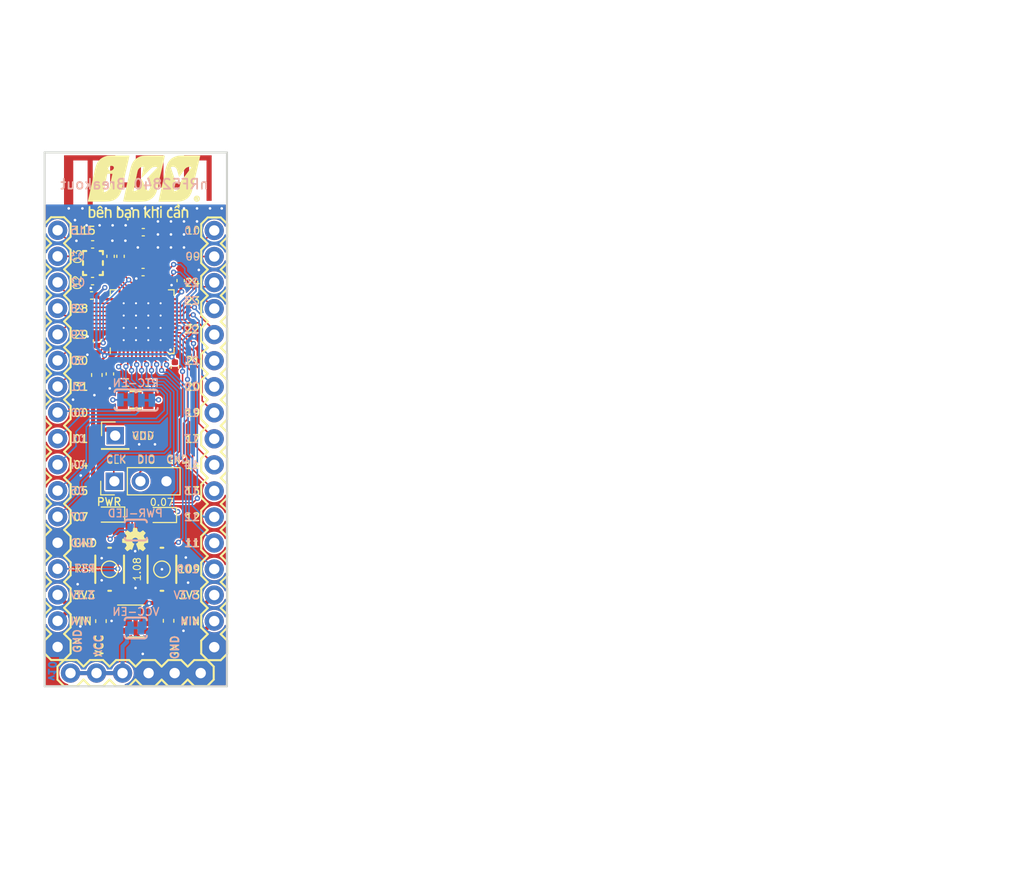
<source format=kicad_pcb>
(kicad_pcb (version 20221018) (generator pcbnew)
  (layers (0 "F.Cu" signal) (31 "B.Cu" signal) (34 "B.Paste" user) (35 "F.Paste" user) (36 "B.SilkS" user "B.Silkscreen") (37 "F.SilkS" user "F.Silkscreen") (38 "B.Mask" user) (39 "F.Mask" user) (44 "Edge.Cuts" user))
  (net 0 "")
  (net 1 "Net-(U2-DEC1)")
  (net 2 "GND")
  (net 3 "Net-(U2-DEC3)")
  (net 4 "VDD")
  (net 5 "Net-(U2-XC1)")
  (net 6 "Net-(U2-XC2)")
  (net 7 "Net-(U2-ANT)")
  (net 8 "Net-(E1-SIGNAL)")
  (net 9 "Net-(Y2-2)")
  (net 10 "Net-(Y2-1)")
  (net 11 "/~{RESET}")
  (net 12 "/P24")
  (net 13 "/P0.07")
  (net 14 "/P0.05")
  (net 15 "/P0.04")
  (net 16 "VIN")
  (net 17 "/SWDIO")
  (net 18 "/SWDCLK")
  (net 19 "Net-(JP6-Pad2)")
  (net 22 "unconnected-(U2-DCC-Pad47)")
  (net 23 "Net-(U2-DEC4)")
  (net 24 "Net-(D3-K)")
  (net 25 "Net-(D1-A)")
  (net 26 "Net-(J1-DTR)")
  (net 27 "/P0.01")
  (net 28 "/P0.00")
  (net 29 "/P0.19")
  (net 30 "/P0.20")
  (net 31 "/P0.21")
  (net 32 "/P0.13")
  (net 33 "/P0.14")
  (net 34 "/P0.17")
  (net 35 "/P0.22")
  (net 36 "/P0.23")
  (net 37 "/P0.24")
  (net 38 "/P0.09")
  (net 39 "/P0.10")
  (net 40 "/P0.08")
  (net 41 "/P0.31")
  (net 42 "/P0.30")
  (net 43 "/P0.29")
  (net 44 "/P0.28")
  (net 45 "/P0.03")
  (net 46 "/P1.15")
  (net 47 "/P1.09")
  (net 48 "/P0.11")
  (net 49 "/P0.12")
  (net 50 "/P1.08")
  (net 51 "/P0.02")
  (footprint "sparkfun-nrf52832-breakout:0603" (layer "F.Cu") (at 145.95 115.8)
    (fp_text reference "R2" hide)
    (fp_text value "1KOHM-0603-1/10W-1%")
  )
  (footprint "Connector_PinHeader_2.54mm:PinHeader_1x03_P2.54mm_Vertical" (layer "F.Cu") (at 146.41 111.04 90)
    (fp_text reference "J5" hide)
    (fp_text value "CORTEX_DEBUGPTH")
  )
  (footprint "Capacitor_SMD:C_0603_1608Metric" (layer "F.Cu") (at 151.7 124.65 -90)
    (fp_text reference "C2" hide)
    (fp_text value "2.2UF-0603-10V-20%")
  )
  (footprint "sparkfun-nrf52832-breakout:1X17" (layer "F.Cu") (at 156.15 127.22 90)
    (fp_text reference "J4" hide)
    (fp_text value "CONN_17")
  )
  (footprint "sparkfun-nrf52832-breakout:0402" (layer "F.Cu") (at 149.675 88.5 -90)
    (fp_text reference "L1" hide)
    (fp_text value "INDUCTOR-0402-3.9NH")
  )
  (footprint "sparkfun-nrf52832-breakout:1X06" (layer "F.Cu") (at 142.13 129.75)
    (fp_text reference "J1" hide)
    (fp_text value "ARDUINO_SERIAL_PROGRAMPTH")
  )
  (footprint "Capacitor_SMD:C_0402_1005Metric" (layer "F.Cu") (at 144.28 91.52 180)
    (fp_text reference "C10" hide)
    (fp_text value "6PF-0402-50V-0.5%")
  )
  (footprint "sparkfun-nrf52832-breakout:TRACE_ANTENNA_2.4GHZ_15.2MM" (layer "F.Cu") (at 144.05 84.15)
    (fp_text reference "E1" hide)
    (fp_text value "ANTENNA-GROUNDEDTRACE-15.2MM")
  )
  (footprint "sparkfun-nrf52832-breakout:TACTILE_SWITCH_SMD_4.6X2.8MM" (layer "F.Cu") (at 145.95 119.625 90)
    (fp_text reference "SW1" hide)
    (fp_text value "TACTILE_SWITCH_SMD_4_6X2_8MM")
  )
  (footprint "sparkfun-nrf52832-breakout:OSHW-LOGO-MINI" (layer "F.Cu") (at 148.4384 116.830363)
    (fp_text reference "LOGO1" hide)
    (fp_text value "OSHW-LOGOMINI")
  )
  (footprint "Capacitor_SMD:C_0402_1005Metric" (layer "F.Cu") (at 144.29 87.94 180)
    (fp_text reference "C9" hide)
    (fp_text value "6PF-0402-50V-0.5%")
  )
  (footprint "Capacitor_SMD:C_0603_1608Metric" (layer "F.Cu") (at 144.7 100.675 -90)
    (fp_text reference "C17" hide)
    (fp_text value "4.7UF0603")
  )
  (footprint "sparkfun-nrf52832-breakout:1X17" (layer "F.Cu") (at 140.875 127.2 90)
    (fp_text reference "J3" hide)
    (fp_text value "CONN_17")
  )
  (footprint "Capacitor_SMD:C_0402_1005Metric" (layer "F.Cu") (at 152.31 99.92 -90)
    (fp_text reference "C19" hide)
    (fp_text value "0.1UF-0402-16V-10%")
  )
  (footprint "Capacitor_SMD:C_0402_1005Metric" (layer "F.Cu") (at 144.72 97.34 -90)
    (fp_text reference "C6" hide)
    (fp_text value "1.0UF-0402-16V-10%")
  )
  (footprint "LED_SMD:LED_0603_1608Metric" (layer "F.Cu") (at 150.9875 114.33 180)
    (fp_text reference "D1" hide)
    (fp_text value "BLUE")
  )
  (footprint "Package_TO_SOT_SMD:SOT-23-5" (layer "F.Cu") (at 148.525 124.675)
    (fp_text reference "U1" hide)
    (fp_text value "V_REG_AP2112K-3.3V")
  )
  (footprint "Package_DFN_QFN:QFN-48-1EP_6x6mm_P0.4mm_EP4.6x4.6mm_ThermalVias" (layer "F.Cu") (at 149.12 95.48 90)
    (fp_text reference "U2" hide)
    (fp_text value "nRF52840-QFxx")
  )
  (footprint "sparkfun-nrf52832-breakout:TACTILE_SWITCH_SMD_4.6X2.8MM" (layer "F.Cu") (at 151.05 119.625 90)
    (fp_text reference "SW2" hide)
    (fp_text value "TACTILE_SWITCH_SMD_4_6X2_8MM")
  )
  (footprint "Capacitor_SMD:C_0402_1005Metric" (layer "F.Cu") (at 152.88 91.47 90)
    (fp_text reference "C18" hide)
    (fp_text value "0.1UF-0402-16V-10%")
  )
  (footprint "sparkfun-nrf52832-breakout:0603" (layer "F.Cu") (at 151.075 115.8)
    (fp_text reference "R1" hide)
    (fp_text value "1KOHM-0603-1/10W-1%")
  )
  (footprint "LED_SMD:LED_0603_1608Metric" (layer "F.Cu") (at 145.9325 114.29 180)
    (fp_text reference "D3" hide)
    (fp_text value "RED")
  )
  (footprint "Capacitor_SMD:C_0402_1005Metric" (layer "F.Cu") (at 149.21 90.64)
    (fp_text reference "C11" hide)
    (fp_text value "0.8PF-0402-50V-0.1PF")
  )
  (footprint "Capacitor_SMD:C_0603_1608Metric" (layer "F.Cu") (at 145.1 124.68 -90)
    (fp_text reference "C1" hide)
    (fp_text value "1.0UF-0603-16V-10%")
  )
  (footprint "Capacitor_SMD:C_0402_1005Metric" (layer "F.Cu") (at 146.04 89.1 -90)
    (fp_text reference "C5" hide)
    (fp_text value "100PF-0402-50V-5%")
  )
  (footprint "Connector_PinHeader_2.54mm:PinHeader_1x01_P2.54mm_Vertical" (layer "F.Cu") (at 146.49 106.59)
    (fp_text reference "J2" hide)
    (fp_text value "VDD")
  )
  (footprint "Capacitor_SMD:C_0402_1005Metric" (layer "F.Cu") (at 144.19 92.92 180)
    (fp_text reference "C16" hide)
    (fp_text value "0.1UF-0402-16V-10%")
  )
  (footprint "haidv-library:LoGo12mm" (layer "F.Cu") (at 149.25 82.2)
    (fp_text reference "G***" hide)
    (fp_text value "LOGO" hide)
  )
  (footprint "Capacitor_SMD:C_0402_1005Metric" (layer "F.Cu") (at 149.23 86.75 180)
    (fp_text reference "C12" hide)
    (fp_text value "DNP")
  )
  (footprint "Capacitor_SMD:C_0402_1005Metric" (layer "F.Cu") (at 149.58 101.42)
    (fp_text reference "C14" hide)
    (fp_text value "15PF-0402-50V-5%")
  )
  (footprint "sparkfun-nrf52832-breakout:CRYSTAL-SMD-3.2X1.5MM" (layer "F.Cu") (at 148.475 103.1 180)
    (fp_text reference "Y2" hide)
    (fp_text value "32.768kHz")
  )
  (footprint "Capacitor_SMD:C_0402_1005Metric" (layer "F.Cu") (at 147.01 89.1 -90)
    (fp_text reference "C4" hide)
    (fp_text value "DNP")
  )
  (footprint "Capacitor_SMD:C_0402_1005Metric" (layer "F.Cu") (at 147.69 101.41 180)
    (fp_text reference "C13" hide)
    (fp_text value "15PF-0402-50V-5%")
  )
  (footprint "sparkfun-nrf52832-breakout:CRYSTAL-SMD-2.0X1.6MM" (layer "F.Cu") (at 144.32 89.755 90)
    (fp_text reference "Y1" hide)
    (fp_text value "32MHz")
  )
  (footprint "Capacitor_SMD:C_0402_1005Metric" (layer "F.Cu") (at 145.975 100.575 90)
    (fp_text reference "C3" hide)
    (fp_text value "0.1UF-0402-16V-10%")
  )
  (footprint "Capacitor_SMD:C_0402_1005Metric" (layer "F.Cu") (at 153.86 96.13)
    (fp_text reference "C15" hide)
    (fp_text value "0.1UF-0402-16V-10%")
  )
  (footprint "sparkfun-nrf52832-breakout:CREATIVE_COMMONS" (layer "F.Cu") (at 161.6578 71.2448)
    (fp_text reference "FRAME1" hide)
    (fp_text value "FRAME-LETTER")
  )
  (footprint "sparkfun-nrf52832-breakout:PAD-JUMPER-2-NC_BY_TRACE_YES_SILK" (layer "B.Cu") (at 148.5 125.35)
    (fp_text reference "JP1" hide)
    (fp_text value "JUMPER-PAD-2-NC_BY_TRACE")
  )
  (footprint "sparkfun-nrf52832-breakout:PAD-JUMPER-2-NC_BY_TRACE_YES_SILK" (layer "B.Cu") (at 147.51 103.1)
    (fp_text reference "JP4" hide)
    (fp_text value "JUMPER-PAD-2-NC_BY_TRACE")
  )
  (footprint "sparkfun-nrf52832-breakout:PAD-JUMPER-2-NC_BY_TRACE_YES_SILK" (layer "B.Cu") (at 148.5 115.8 180)
    (fp_text reference "JP6" hide)
    (fp_text value "JUMPER-PAD-2-NC_BY_TRACE")
  )
  (footprint "sparkfun-nrf52832-breakout:PAD-JUMPER-2-NC_BY_TRACE_YES_SILK" (layer "B.Cu") (at 149.56 103.14 180)
    (fp_text reference "JP5" hide)
    (fp_text value "JUMPER-PAD-2-NC_BY_TRACE")
  )
  (gr_line (start 139.6111 131.0386) (end 139.6111 78.9686) (stroke (width 0.2032)) (layer "Edge.Cuts"))
  (gr_line (start 139.6111 78.9686) (end 157.3911 78.9686) (stroke (width 0.2032)) (layer "Edge.Cuts"))
  (gr_line (start 157.3911 78.9686) (end 157.3911 131.0386) (stroke (width 0.2032)) (layer "Edge.Cuts"))
  (gr_line (start 157.3911 131.0386) (end 139.6111 131.0386) (stroke (width 0.2032)) (layer "Edge.Cuts"))
  (gr_text "v10" (at 140.7541 129.54 -90) (layer "B.Cu") (effects (font (size 0.7112 0.7112) (thickness 0.1778)) (justify top mirror)))
  (gr_text "04" (at 142.0241 109.4486) (layer "B.SilkS") (effects (font (size 0.75565 0.75565) (thickness 0.13335)) (justify right mirror)))
  (gr_text "21" (at 154.7241 99.2886) (layer "B.SilkS") (effects (font (size 0.75565 0.75565) (thickness 0.13335)) (justify left mirror)))
  (gr_text "03" (at 142.0241 89.1286) (layer "B.SilkS") (effects (font (size 0.75565 0.75565) (thickness 0.1)) (justify right mirror)))
  (gr_text "RTC-EN" (at 148.5011 101.9048) (layer "B.SilkS") (effects (font (size 0.75565 0.75565) (thickness 0.13335)) (justify bottom mirror)))
  (gr_text "3.3V" (at 154.7241 122.1486) (layer "B.SilkS") (effects (font (size 0.75565 0.75565) (thickness 0.13335)) (justify left mirror)))
  (gr_text "14" (at 154.7241 109.4486) (layer "B.SilkS") (effects (font (size 0.75565 0.75565) (thickness 0.13335)) (justify left mirror)))
  (gr_text "11" (at 154.7241 117.0686) (layer "B.SilkS") (effects (font (size 0.75565 0.75565) (thickness 0.13335)) (justify left mirror)))
  (gr_text "PWR-LED" (at 148.4503 114.6048) (layer "B.SilkS") (effects (font (size 0.75565 0.75565) (thickness 0.13335)) (justify bottom mirror)))
  (gr_text "CLK  DIO  GND" (at 145.54 108.79 180) (layer "B.SilkS") (effects (font (size 0.7 0.7) (thickness 0.1)) (justify left mirror)))
  (gr_text "CLK  DIO  GND" (at 145.54 108.79 180) (layer "B.SilkS") (effects (font (size 0.7 0.7) (thickness 0.1)) (justify left mirror)))
  (gr_text "24" (at 154.7241 91.6686) (layer "B.SilkS") (effects (font (size 0.75565 0.75565) (thickness 0.13335)) (justify left mirror)))
  (gr_text "19" (at 154.7241 104.3686) (layer "B.SilkS") (effects (font (size 0.75565 0.75565) (thickness 0.13335)) (justify left mirror)))
  (gr_text "30" (at 142.0241 99.2886) (layer "B.SilkS") (effects (font (size 0.75565 0.75565) (thickness 0.13335)) (justify right mirror)))
  (gr_text "GND" (at 142.7734 127.8636 -90) (layer "B.SilkS") (effects (font (size 0.75565 0.75565) (thickness 0.13335)) (justify left mirror)))
  (gr_text "31" (at 142.0241 101.8286) (layer "B.SilkS") (effects (font (size 0.75565 0.75565) (thickness 0.13335)) (justify right mirror)))
  (gr_text "07" (at 142.0241 114.5286) (layer "B.SilkS") (effects (font (size 0.75565 0.75565) (thickness 0.13335)) (justify right mirror)))
  (gr_text "GND" (at 152.2646 128.48 -90) (layer "B.SilkS") (effects (font (size 0.75565 0.75565) (thickness 0.13335)) (justify left mirror)))
  (gr_text "VDD" (at 149.2 106.18) (layer "B.SilkS") (effects (font (size 0.75565 0.75565) (thickness 0.1)) (justify top mirror)))
  (gr_text "00" (at 142.0241 104.3686) (layer "B.SilkS") (effects (font (size 0.75565 0.75565) (thickness 0.13335)) (justify right mirror)))
  (gr_text "12" (at 154.7241 114.5286) (layer "B.SilkS") (effects (font (size 0.75565 0.75565) (thickness 0.13335)) (justify left mirror)))
  (gr_text "3.3V" (at 142.0241 122.1486) (layer "B.SilkS") (effects (font (size 0.75565 0.75565) (thickness 0.13335)) (justify right mirror)))
  (gr_text "13" (at 154.7241 111.9886) (layer "B.SilkS") (effects (font (size 0.75565 0.75565) (thickness 0.13335)) (justify left mirror)))
  (gr_text "01" (at 142.0241 106.9086) (layer "B.SilkS") (effects (font (size 0.75565 0.75565) (thickness 0.13335)) (justify right mirror)))
  (gr_text "28" (at 142.0241 94.2086) (layer "B.SilkS") (effects (font (size 0.75565 0.75565) (thickness 0.13335)) (justify right mirror)))
  (gr_text "05" (at 142.0241 111.9886) (layer "B.SilkS") (effects (font (size 0.75565 0.75565) (thickness 0.13335)) (justify right mirror)))
  (gr_text "VIN" (at 154.7241 124.6886) (layer "B.SilkS") (effects (font (size 0.75565 0.75565) (thickness 0.13335)) (justify left mirror)))
  (gr_text "GND" (at 142.0241 117.0686) (layer "B.SilkS") (effects (font (size 0.75565 0.75565) (thickness 0.13335)) (justify right mirror)))
  (gr_text "VCC-EN" (at 148.51 124.21) (layer "B.SilkS") (effects (font (size 0.75565 0.75565) (thickness 0.13335)) (justify bottom mirror)))
  (gr_text "23" (at 154.71 93.45) (layer "B.SilkS") (effects (font (size 0.75565 0.75565) (thickness 0.13335)) (justify left mirror)))
  (gr_text "109" (at 154.7241 119.6086) (layer "B.SilkS") (effects (font (size 0.75565 0.75565) (thickness 0.13335)) (justify left mirror)))
  (gr_text "29" (at 142.0241 96.7486) (layer "B.SilkS") (effects (font (size 0.75565 0.75565) (thickness 0.13335)) (justify right mirror)))
  (gr_text "10" (at 154.7241 86.5886) (layer "B.SilkS") (effects (font (size 0.75565 0.75565) (thickness 0.1)) (justify left mirror)))
  (gr_text "02" (at 142.0241 91.6686) (layer "B.SilkS") (effects (font (size 0.75565 0.75565) (thickness 0.13335)) (justify right mirror)))
  (gr_text "VCC" (at 144.75 128.24 270) (layer "B.SilkS") (effects (font (size 0.75565 0.75565) (thickness 0.13335)) (justify left mirror)))
  (gr_text "20" (at 154.7241 101.8286) (layer "B.SilkS") (effects (font (size 0.75565 0.75565) (thickness 0.13335)) (justify left mirror)))
  (gr_text "~RST~" (at 141.91 119.56) (layer "B.SilkS") (effects (font (size 0.75565 0.75565) (thickness 0.13335)) (justify right mirror)))
  (gr_text "22" (at 154.683 96.2862) (layer "B.SilkS") (effects (font (size 0.75565 0.75565) (thickness 0.13335)) (justify left mirror)))
  (gr_text "17" (at 154.7241 106.9086) (layer "B.SilkS") (effects (font (size 0.75565 0.75565) (thickness 0.13335)) (justify left mirror)))
  (gr_text "09" (at 154.83 89.12) (layer "B.SilkS") (effects (font (size 0.75565 0.75565) (thickness 0.1)) (justify left mirror)))
  (gr_text "VIN" (at 142.0241 124.6886) (layer "B.SilkS") (effects (font (size 0.75565 0.75565) (thickness 0.13335)) (justify right mirror)))
  (gr_text "115" (at 142.0241 86.5886) (layer "B.SilkS") (effects (font (size 0.75565 0.75565) (thickness 0.13335)) (justify right mirror)))
  (gr_text "nRF52840 Breakout" (at 148.3741 81.5) (layer "B.SilkS") (effects (font (size 0.97155 0.97155) (thickness 0.17145)) (justify top mirror)))
  (gr_text "VIN" (at 142.3289 124.6886) (layer "F.SilkS") (effects (font (size 0.75565 0.75565) (thickness 0.13335)) (justify left)))
  (gr_text "01" (at 142.3289 106.9086) (layer "F.SilkS") (effects (font (size 0.75565 0.75565) (thickness 0.13335)) (justify left)))
  (gr_text "GND" (at 142.3289 117.0686) (layer "F.SilkS") (effects (font (size 0.75565 0.75565) (thickness 0.13335)) (justify left)))
  (gr_text "14" (at 154.8511 109.4486) (layer "F.SilkS") (effects (font (size 0.75565 0.75565) (thickness 0.13335)) (justify right)))
  (gr_text "VCC" (at 144.95 128.24 90) (layer "F.SilkS") (effects (font (size 0.75565 0.75565) (thickness 0.13335)) (justify left)))
  (gr_text "31" (at 142.3289 101.8286) (layer "F.SilkS") (effects (font (size 0.75565 0.75565) (thickness 0.13335)) (justify left)))
  (gr_text "CLK  DIO  GND" (at 145.54 108.97) (layer "F.SilkS") (effects (font (size 0.7 0.7) (thickness 0.1)) (justify left)))
  (gr_text "115" (at 142.3289 86.5886) (layer "F.SilkS") (effects (font (size 0.75565 0.75565) (thickness 0.13335)) (justify left)))
  (gr_text "17" (at 154.8511 106.9086) (layer "F.SilkS") (effects (font (size 0.75565 0.75565) (thickness 0.13335)) (justify right)))
  (gr_text "3V3" (at 154.8511 122.1486) (layer "F.SilkS") (effects (font (size 0.75565 0.75565) (thickness 0.13335)) (justify right)))
  (gr_text "00" (at 142.3289 104.3686) (layer "F.SilkS") (effects (font (size 0.75565 0.75565) (thickness 0.13335)) (justify left)))
  (gr_text "30" (at 142.3289 99.2886) (layer "F.SilkS") (effects (font (size 0.75565 0.75565) (thickness 0.13335)) (justify left)))
  (gr_text "0.07" (at 151.04 113.5) (layer "F.SilkS") (effects (font (size 0.7 0.7) (thickness 0.1)) (justify bottom)))
  (gr_text "1.08" (at 149.04 119.62 90) (layer "F.SilkS") (effects (font (size 0.7 0.7) (thickness 0.1)) (justify bottom)))
  (gr_text "PWR" (at 145.8927 113.5) (layer "F.SilkS") (effects (font (size 0.75565 0.75565) (thickness 0.13335)) (justify bottom)))
  (gr_text "09" (at 154.8511 89.1286) (layer "F.SilkS") (effects (font (size 0.75565 0.75565) (thickness 0.1)) (justify right)))
  (gr_text "GND" (at 142.7988 127.8636 90) (layer "F.SilkS") (effects (font (size 0.75565 0.75565) (thickness 0.13335)) (justify left)))
  (gr_text "22" (at 154.81 96.21) (layer "F.SilkS") (effects (font (size 0.75565 0.75565) (thickness 0.13335)) (justify right)))
  (gr_text "05" (at 142.3289 111.9886) (layer "F.SilkS") (effects (font (size 0.75565 0.75565) (thickness 0.13335)) (justify left)))
  (gr_text "03" (at 142.39 89.13 90) (layer "F.SilkS") (effects (font (size 0.75565 0.75565) (thickness 0.1)) (justify top)))
  (gr_text "VIN" (at 154.8511 124.6886) (layer "F.SilkS") (effects (font (size 0.75565 0.75565) (thickness 0.13335)) (justify right)))
  (gr_text "109" (at 154.8511 119.6086) (layer "F.SilkS") (effects (font (size 0.75565 0.75565) (thickness 0.13335)) (justify right)))
  (gr_text "19" (at 154.8511 104.3686) (layer "F.SilkS") (effects (font (size 0.75565 0.75565) (thickness 0.13335)) (justify right)))
  (gr_text "29" (at 142.3289 96.7486) (layer "F.SilkS") (effects (font (size 0.75565 0.75565) (thickness 0.13335)) (justify left)))
  (gr_text "~RST~" (at 141.88 119.55) (layer "F.SilkS") (effects (font (size 0.75565 0.75565) (thickness 0.1)) (justify left)))
  (gr_text "23" (at 154.837 93.45) (layer "F.SilkS") (effects (font (size 0.75565 0.75565) (thickness 0.13335)) (justify right)))
  (gr_text "04" (at 142.3289 109.4486) (layer "F.SilkS") (effects (font (size 0.75565 0.75565) (thickness 0.13335)) (justify left)))
  (gr_text "10" (at 154.8511 86.5886) (layer "F.SilkS") (effects (font (size 0.75565 0.75565) (thickness 0.1)) (justify right)))
  (gr_text "GND" (at 152.29 128.48 90) (layer "F.SilkS") (effects (font (size 0.75565 0.75565) (thickness 0.13335)) (justify left)))
  (gr_text "02" (at 142.36 91.6686 90) (layer "F.SilkS") (effects (font (size 0.75565 0.75565) (thickness 0.1)) (justify top)))
  (gr_text "12" (at 154.8511 114.5286) (layer "F.SilkS") (effects (font (size 0.75565 0.75565) (thickness 0.13335)) (justify right)))
  (gr_text "24" (at 154.8511 91.6686) (layer "F.SilkS") (effects (font (size 0.75565 0.75565) (thickness 0.13335)) (justify right)))
  (gr_text "3V3" (at 142.3289 122.1486) (layer "F.SilkS") (effects (font (size 0.75565 0.75565) (thickness 0.13335)) (justify left)))
  (gr_text "VDD" (at 149.23 106.18) (layer "F.SilkS") (effects (font (size 0.75565 0.75565) (thickness 0.1)) (justify top)))
  (gr_text "20" (at 154.8511 101.8286) (layer "F.SilkS") (effects (font (size 0.75565 0.75565) (thickness 0.13335)) (justify right)))
  (gr_text "28" (at 142.3289 94.2086) (layer "F.SilkS") (effects (font (size 0.75565 0.75565) (thickness 0.13335)) (justify left)))
  (gr_text "07" (at 142.3289 114.5286) (layer "F.SilkS") (effects (font (size 0.75565 0.75565) (thickness 0.13335)) (justify left)))
  (gr_text "11" (at 154.8511 117.0686) (layer "F.SilkS") (effects (font (size 0.75565 0.75565) (thickness 0.13335)) (justify right)))
  (gr_text "21" (at 154.88 99.28) (layer "F.SilkS") (effects (font (size 0.75565 0.75565) (thickness 0.13335)) (justify right)))
  (gr_text "13" (at 154.8511 111.9886) (layer "F.SilkS") (effects (font (size 0.75565 0.75565) (thickness 0.13335)) (justify right)))
  (segment (start 146.92 98.43) (end 146.92 98.77) (width 0.2) (layer "F.Cu") (net 1))
  (segment (start 145.975 99.715) (end 145.975 99.995) (width 0.2) (layer "F.Cu") (net 1))
  (segment (start 146.92 98.77) (end 145.975 99.715) (width 0.2) (layer "F.Cu") (net 1))
  (segment (start 148.9361 95.2786) (end 148.5011 94.8436) (width 0.1524) (layer "F.Cu") (net 2))
  (segment (start 148.9361 95.2786) (end 149.1361 95.4786) (width 0.2286) (layer "F.Cu") (net 2))
  (via (at 145.1737 118.5418) (size 0.508) (drill 0.254) (layers "F.Cu" "B.Cu") (net 2))
  (via (at 146.8501 84.4296) (size 0.508) (drill 0.254) (layers "F.Cu" "B.Cu") (net 2))
  (via (at 148.1201 84.4296) (size 0.508) (drill 0.254) (layers "F.Cu" "B.Cu") (net 2))
  (via (at 143.13 110.48) (size 0.508) (drill 0.254) (layers "F.Cu" "B.Cu") (net 2))
  (via (at 144.9705 86.0806) (size 0.508) (drill 0.254) (layers "F.Cu" "B.Cu") (net 2))
  (via (at 151.9301 86.9696) (size 0.508) (drill 0.254) (layers "F.Cu" "B.Cu") (net 2))
  (via (at 145.5801 84.4296) (size 0.508) (drill 0.254) (layers "F.Cu" "B.Cu") (net 2))
  (via (at 146.2405 86.0806) (size 0.508) (drill 0.254) (layers "F.Cu" "B.Cu") (net 2))
  (via (at 153.15 125.625) (size 0.508) (drill 0.254) (layers "F.Cu" "B.Cu") (net 2))
  (via (at 156.8831 84.4296) (size 0.508) (drill 0.254) (layers "F.Cu" "B.Cu") (net 2))
  (via (at 151.9301 88.2396) (size 0.508) (drill 0.254) (layers "F.Cu" "B.Cu") (net 2))
  (via (at 144.11 92.2) (size 0.508) (drill 0.254) (layers "F.Cu" "B.Cu") (net 2))
  (via (at 151.9301 84.4296) (size 0.508) (drill 0.254) (layers "F.Cu" "B.Cu") (net 2))
  (via (at 153.2001 86.9696) (size 0.508) (drill 0.254) (layers "F.Cu" "B.Cu") (net 2))
  (via (at 150.37 107.44) (size 0.508) (drill 0.254) (layers "F.Cu" "B.Cu") (net 2))
  (via (at 154.4701 84.4296) (size 0.508) (drill 0.254) (layers "F.Cu" "B.Cu") (net 2))
  (via (at 142.38 103.08) (size 0.508) (drill 0.254) (layers "F.Cu" "B.Cu") (net 2))
  (via (at 143.8 96.92) (size 0.508) (drill 0.254) (layers "F.Cu" "B.Cu") (net 2))
  (via (at 142.71 87.59) (size 0.508) (drill 0.254) (layers "F.Cu" "B.Cu") (net 2))
  (via (at 146.1389 124.6632) (size 0.508) (drill 0.254) (layers "F.Cu" "B.Cu") (net 2))
  (via (at 151.8793 98.2176) (size 0.508) (drill 0.254) (layers "F.Cu" "B.Cu") (net 2))
  (via (at 151.99 91.91) (size 0.508) (drill 0.254) (layers "F.Cu" "B.Cu") (net 2))
  (via (at 149.3901 84.4296) (size 0.508) (drill 0.254) (layers "F.Cu" "B.Cu") (net 2))
  (via (at 145.9611 101.981) (size 0.508) (drill 0.254) (layers "F.Cu" "B.Cu") (net 2))
  (via (at 144.4625 102.6414) (size 0.508) (drill 0.254) (layers "F.Cu" "B.Cu") (net 2))
  (via (at 143.78 98.7) (size 0.508) (drill 0.254) (layers "F.Cu" "B.Cu") (net 2))
  (via (at 148.475 121.45) (size 0.508) (drill 0.254) (layers "F.Cu" "B.Cu") (net 2))
  (via (at 150.6601 84.4296) (size 0.508) (drill 0.254) (layers "F.Cu" "B.Cu") (net 2))
  (via (at 144.3482 116.7003) (size 0.508) (drill 0.254) (layers "F.Cu" "B.Cu") (net 2))
  (via (at 146.2151 87.5792) (size 0.508) (drill 0.254) (layers "F.Cu" "B.Cu") (net 2))
  (via (at 147.4851 87.5792) (size 0.508) (drill 0.254) (layers "F.Cu" "B.Cu") (net 2))
  (via (at 143.09 125.2) (size 0.508) (drill 0.254) (layers "F.Cu" "B.Cu") (net 2))
  (via (at 154.19 96.92) (size 0.508) (drill 0.254) (layers "F.Cu" "B.Cu") (net 2))
  (via (at 155.7401 84.4296) (size 0.508) (drill 0.254) (layers "F.Cu" "B.Cu") (net 2))
  (via (at 147.5105 86.0806) (size 0.508) (drill 0.254) (layers "F.Cu" "B.Cu") (net 2))
  (via (at 153.2001 88.2396) (size 0.508) (drill 0.254) (layers "F.Cu" "B.Cu") (net 2))
  (via (at 154.65 90.43) (size 0.508) (drill 0.254) (layers "F.Cu" "B.Cu") (net 2))
  (via (at 148.7 88.2396) (size 0.508) (drill 0.254) (layers "F.Cu" "B.Cu") (net 2))
  (via (at 141.9606 84.4296) (size 0.508) (drill 0.254) (layers "F.Cu" "B.Cu") (net 2))
  (via (at 148.44 117.86) (size 0.508) (drill 0.254) (layers "F.Cu" "B.Cu") (net 2))
  (via (at 153.2001 84.4296) (size 0.508) (drill 0.254) (layers "F.Cu" "B.Cu") (net 2))
  (via (at 153.2001 85.6996) (size 0.508) (drill 0.254) (layers "F.Cu" "B.Cu") (net 2))
  (via (at 142.83 121.08) (size 0.508) (drill 0.254) (layers "F.Cu" "B.Cu") (net 2))
  (via (at 150.6601 85.6996) (size 0.508) (drill 0.254) (layers "F.Cu" "B.Cu") (net 2))
  (via (at 142.57 85.57) (size 0.508) (drill 0.254) (layers "F.Cu" "B.Cu") (net 2))
  (via (at 143.7005 86.0806) (size 0.508) (drill 0.254) (layers "F.Cu" "B.Cu") (net 2))
  (via (at 143.2941 84.4296) (size 0.508) (drill 0.254) (layers "F.Cu" "B.Cu") (net 2))
  (via (at 145.1737 120.7008) (size 0.508) (drill 0.254) (layers "F.Cu" "B.Cu") (net 2))
  (via (at 150.6601 86.9696) (size 0.508) (drill 0.254) (layers "F.Cu" "B.Cu") (net 2))
  (via (at 149.18 127.88) (size 0.508) (drill 0.254) (layers "F.Cu" "B.Cu") (net 2))
  (via (at 151.9301 85.6996) (size 0.508) (drill 0.254) (layers "F.Cu" "B.Cu") (net 2))
  (via (at 154.4701 85.6996) (size 0.508) (drill 0.254) (layers "F.Cu" "B.Cu") (net 2))
  (via (at 148.55 91.27) (size 0.508) (drill 0.254) (layers "F.Cu" "B.Cu") (net 2))
  (via (at 153.6 120.93) (size 0.508) (drill 0.254) (layers "F.Cu" "B.Cu") (net 2))
  (via (at 151.05 119.625) (size 0.508) (drill 0.254) (layers "F.Cu" "B.Cu") (net 2))
  (via (at 150.6601 88.2396) (size 0.508) (drill 0.254) (layers "F.Cu" "B.Cu") (net 2))
  (via (at 153.38 118.48) (size 0.508) (drill 0.254) (layers "F.Cu" "B.Cu") (net 2))
  (via (at 148.83 107.44) (size 0.508) (drill 0.254) (layers "F.Cu" "B.Cu") (net 2))
  (segment (start 146.455 89.995) (end 146.04 89.58) (width 0.1524) (layer "F.Cu") (net 3))
  (segment (start 145.9535 89.7086) (end 146.08 89.7086) (width 0.1524) (layer "F.Cu") (net 3))
  (segment (start 146.455 90.825) (end 146.455 89.995) (width 0.1524) (layer "F.Cu") (net 3))
  (segment (start 146.455 90.825) (end 147.72 92.09) (width 0.1524) (layer "F.Cu") (net 3))
  (segment (start 147.72 92.09) (end 147.72 92.53) (width 0.1524) (layer "F.Cu") (net 3))
  (segment (start 150.8106 122.9106) (end 151.76 123.86) (width 0.4064) (layer "F.Cu") (net 4))
  (segment (start 144.6911 99.7086) (end 145.4531 98.9466) (width 0.2286) (layer "F.Cu") (net 4))
  (segment (start 144.3355 112.6236) (end 144.3355 107.6) (width 0.4064) (layer "F.Cu") (net 4))
  (segment (start 143.7005 122.9106) (end 147.4 122.9106) (width 0.4064) (layer "F.Cu") (net 4))
  (segment (start 143.8 99.9) (end 143.32 100.38) (width 0.4064) (layer "F.Cu") (net 4))
  (segment (start 149.3 117.0202) (end 149.3 122.45) (width 0.25) (layer "F.Cu") (net 4))
  (segment (start 145.4531 98.3969) (end 146.17 97.68) (width 0.2286) (layer "F.Cu") (net 4))
  (segment (start 152.748056 96.08) (end 153.36 96.08) (width 0.25) (layer "F.Cu") (net 4))
  (segment (start 143.7005 115.14) (end 143.7005 122.9106) (width 0.4064) (layer "F.Cu") (net 4))
  (segment (start 152.31 99.1976) (end 152.31 99.44) (width 0.154) (layer "F.Cu") (net 4))
  (segment (start 144.3355 103.886) (end 144.3355 107.6) (width 0.4064) (layer "F.Cu") (net 4))
  (segment (start 145.4531 98.9466) (end 145.4531 98.7806) (width 0.2286) (layer "F.Cu") (net 4))
  (segment (start 152.9404 92.53) (end 152.9704 92.56) (width 0.25) (layer "F.Cu") (net 4))
  (segment (start 151.925 115.8) (end 151.035 116.69) (width 0.25) (layer "F.Cu") (net 4))
  (segment (start 154.4097 123.86) (end 156.1211 122.1486) (width 0.4064) (layer "F.Cu") (net 4))
  (segment (start 140.8811 122.1486) (end 141.6431 122.9106) (width 0.4064) (layer "F.Cu") (net 4))
  (segment (start 149.8251 123.725) (end 151.625 123.725) (width 0.4) (layer "F.Cu") (net 4))
  (segment (start 144.6361 92.9386) (end 144.6911 92.9386) (width 0.2286) (layer "F.Cu") (net 4))
  (segment (start 151.32 98.43) (end 151.7976 98.9076) (width 0.25) (layer "F.Cu") (net 4))
  (segment (start 143.32 102.8705) (end 144.3355 103.886) (width 0.4064) (layer "F.Cu") (net 4))
  (segment (start 151.76 123.86) (end 154.4097 123.86) (width 0.4064) (layer "F.Cu") (net 4))
  (segment (start 152.07 96.08) (end 152.748056 96.08) (width 0.25) (layer "F.Cu") (net 4))
  (segment (start 151.32 92.53) (end 152.9404 92.53) (width 0.25) (layer "F.Cu") (net 4))
  (segment (start 153.36 96.08) (end 153.56 96.28) (width 0.154) (layer "F.Cu") (net 4))
  (segment (start 152.88 92.4696) (end 152.9704 92.56) (width 0.154) (layer "F.Cu") (net 4))
  (segment (start 144.3355 112.6236) (end 144.3355 113.4805) (width 0.4064) (layer "F.Cu") (net 4))
  (segment (start 144.3355 113.4805) (end 145.145 114.29) (width 0.4064) (layer "F.Cu") (net 4))
  (segment (start 149.4409 122.9106) (end 150.8106 122.9106) (width 0.4064) (layer "F.Cu") (net 4))
  (segment (start 151.7976 98.9076) (end 152.02 98.9076) (width 0.25) (layer "F.Cu") (net 4))
  (segment (start 144.3355 106) (end 146.41 106) (width 0.4064) (layer "F.Cu") (net 4))
  (segment (start 144.3355 107.6) (end 144.3355 106) (width 0.4064) (layer "F.Cu") (net 4))
  (segment (start 149.6302 116.69) (end 149.3 117.0202) (width 0.25) (layer "F.Cu") (net 4))
  (segment (start 144.7 99.9) (end 143.8 99.9) (width 0.4064) (layer "F.Cu") (net 4))
  (segment (start 143.32 100.38) (end 143.32 102.8705) (width 0.4064) (layer "F.Cu") (net 4))
  (segment (start 145.67 93.28) (end 146.17 93.28) (width 0.2286) (layer "F.Cu") (net 4))
  (segment (start 151.035 116.69) (end 149.6302 116.69) (width 0.25) (layer "F.Cu") (net 4))
  (segment (start 152.02 98.9076) (end 152.31 99.1976) (width 0.154) (layer "F.Cu") (net 4))
  (segment (start 147.4 122.9106) (end 149.4409 122.9106) (width 0.4064) (layer "F.Cu") (net 4))
  (segment (start 143.7005 115.14) (end 144.5505 114.29) (width 0.4064) (layer "F.Cu") (net 4))
  (segment (start 143.7005 122.9106) (end 141.6431 122.9106) (width 0.4064) (layer "F.Cu") (net 4))
  (segment (start 149.3 122.45) (end 149.8 122.95) (width 0.25) (layer "F.Cu") (net 4))
  (segment (start 145.03 93.28) (end 144.67 92.92) (width 0.2286) (layer "F.Cu") (net 4))
  (segment (start 152.88 91.95) (end 152.88 92.4696) (width 0.25) (layer "F.Cu") (net 4))
  (segment (start 151.625 123.725) (end 151.7 123.8) (width 0.4) (layer "F.Cu") (net 4))
  (segment (start 145.67 93.28) (end 145.03 93.28) (width 0.2286) (layer "F.Cu") (net 4))
  (segment (start 144.5505 114.29) (end 145.145 114.29) (width 0.4064) (layer "F.Cu") (net 4))
  (segment (start 145.4531 98.7806) (end 145.4531 98.3969) (width 0.2286) (layer "F.Cu") (net 4))
  (segment (start 144.6911 92.9386) (end 145.4785 92.1512) (width 0.2286) (layer "F.Cu") (net 4))
  (via (at 145.4531 98.7806) (size 0.508) (drill 0.254) (layers "F.Cu" "B.Cu") (net 4))
  (via (at 145.4785 92.1512) (size 0.508) (drill 0.254) (layers "F.Cu" "B.Cu") (net 4))
  (via (at 149.8 122.95) (size 0.508) (drill 0.254) (layers "F.Cu" "B.Cu") (net 4))
  (via (at 152.02 98.9076) (size 0.508) (drill 0.254) (layers "F.Cu" "B.Cu") (net 4))
  (via (at 152.9704 92.56) (size 0.508) (drill 0.254) (layers "F.Cu" "B.Cu") (net 4))
  (via (at 152.748056 96.08) (size 0.508) (drill 0.254) (layers "F.Cu" "B.Cu") (net 4))
  (segment (start 148.9 125.3436) (end 148.9064 125.35) (width 0.4) (layer "B.Cu") (net 4))
  (segment (start 152.48 98.4476) (end 152.02 98.9076) (width 0.2286) (layer "B.Cu") (net 4))
  (segment (start 145.4785 98.7552) (end 145.5801 98.6536) (width 0.2286) (layer "B.Cu") (net 4))
  (segment (start 152.748056 96.08) (end 152.48 96.348056) (width 0.2286) (layer "B.Cu") (net 4))
  (segment (start 149.8 122.95) (end 149.465 123.285) (width 0.4) (layer "B.Cu") (net 4))
  (segment (start 144.66 92.9697) (end 145.4785 92.1512) (width 0.2286) (layer "B.Cu") (net 4))
  (segment (start 144.66 97.9875) (end 144.66 92.9697) (width 0.2286) (layer "B.Cu") (net 4))
  (segment (start 152.748056 96.08) (end 152.5127 95.844644) (width 0.2286) (layer "B.Cu") (net 4))
  (segment (start 152.5127 95.844644) (end 152.5127 93.0177) (width 0.2286) (layer "B.Cu") (net 4))
  (segment (start 152.48 96.348056) (end 152.48 98.4476) (width 0.2286) (layer "B.Cu") (net 4))
  (segment (start 152.5127 93.0177) (end 152.9704 92.56) (width 0.2286) (layer "B.Cu") (net 4))
  (segment (start 149.465 123.285) (end 149.3604 123.3896) (width 0.4) (layer "B.Cu") (net 4))
  (segment (start 145.4531 98.7806) (end 144.66 97.9875) (width 0.2286) (layer "B.Cu") (net 4))
  (segment (start 145.5801 98.6536) (end 151.5491 98.6536) (width 0.2286) (layer "B.Cu") (net 4))
  (segment (start 149.3604 123.3896) (end 149.3604 125.35) (width 0.4) (layer "B.Cu") (net 4))
  (segment (start 145.4531 98.7806) (end 145.4785 98.7552) (width 0.2286) (layer "B.Cu") (net 4))
  (segment (start 151.8031 98.9076) (end 151.5491 98.6536) (width 0.2286) (layer "B.Cu") (net 4))
  (segment (start 151.8031 98.9076) (end 152.02 98.9076) (width 0.2286) (layer "B.Cu") (net 4))
  (segment (start 144.0561 89.7636) (end 144.51 89.7636) (width 0.1524) (layer "F.Cu") (net 5))
  (segment (start 143.81 87.94) (end 143.8 87.95) (width 0.1524) (layer "F.Cu") (net 5))
  (segment (start 145.762 90.1898) (end 145.762 90.578) (width 0.1524) (layer "F.Cu") (net 5))
  (segment (start 144.51 89.7636) (end 145.3358 89.7636) (width 0.1524) (layer "F.Cu") (net 5))
  (segment (start 143.82 89.6074) (end 143.82 89.08) (width 0.1524) (layer "F.Cu") (net 5))
  (segment (start 144.51 89.7636) (end 143.9762 89.7636) (width 0.1524) (layer "F.Cu") (net 5))
  (segment (start 145.3358 89.7636) (end 145.762 90.1898) (width 0.1524) (layer "F.Cu") (net 5))
  (segment (start 143.9762 89.7636) (end 143.82 89.6074) (width 0.1524) (layer "F.Cu") (net 5))
  (segment (start 143.8 87.95) (end 143.8 89.06) (width 0.1524) (layer "F.Cu") (net 5))
  (segment (start 147.32 92.136) (end 147.32 92.53) (width 0.1524) (layer "F.Cu") (net 5))
  (segment (start 145.762 90.578) (end 147.32 92.136) (width 0.1524) (layer "F.Cu") (net 5))
  (segment (start 143.7286 87.8586) (end 143.81 87.94) (width 0.1524) (layer "F.Cu") (net 5))
  (segment (start 143.8 89.06) (end 143.82 89.08) (width 0.1524) (layer "F.Cu") (net 5))
  (segment (start 146.92 92.167052) (end 145.177948 90.425) (width 0.1524) (layer "F.Cu") (net 6))
  (segment (start 145.177948 90.425) (end 144.815 90.425) (width 0.1524) (layer "F.Cu") (net 6))
  (segment (start 146.92 92.53) (end 146.92 92.167052) (width 0.1524) (layer "F.Cu") (net 6))
  (segment (start 144.82 90.43) (end 144.76 90.49) (width 0.1524) (layer "F.Cu") (net 6))
  (segment (start 144.76 90.49) (end 144.76 91.52) (width 0.1524) (layer "F.Cu") (net 6))
  (segment (start 148.92 91.7498) (end 149.73 90.9398) (width 0.2) (layer "F.Cu") (net 7))
  (segment (start 149.7161 90.7288) (end 149.7161 89.0736) (width 0.762) (layer "F.Cu") (net 7))
  (segment (start 149.73 90.9398) (end 149.73 90.72) (width 0.2) (layer "F.Cu") (net 7))
  (segment (start 148.92 92.53) (end 148.92 91.7498) (width 0.2) (layer "F.Cu") (net 7))
  (segment (start 149.200893 85.492355) (end 149.022647 85.39708) (width 0.7112) (layer "F.Cu") (net 8))
  (segment (start 144.0561 84.8106) (end 144.0561 84.8106) (width 0.7112) (layer "F.Cu") (net 8))
  (segment (start 149.63929 86.148462) (end 149.58062 85.955053) (width 0.7112) (layer "F.Cu") (net 8))
  (segment (start 144.07341 84.94208) (end 144.124159 85.0646) (width 0.7112) (layer "F.Cu") (net 8))
  (segment (start 149.7161 87.9136) (end 149.7161 86.5886) (width 0.762) (layer "F.Cu") (net 8))
  (segment (start 149.485345 85.776807) (end 149.357127 85.620573) (width 0.7112) (layer "F.Cu") (net 8))
  (segment (start 144.3101 85.250541) (end 144.43262 85.30129) (width 0.7112) (layer "F.Cu") (net 8))
  (segment (start 149.6591 86.5886) (end 149.6591 86.3496) (width 0.7112) (layer "F.Cu") (net 8))
  (segment (start 144.43262 85.30129) (end 144.5641 85.3186) (width 0.7112) (layer "F.Cu") (net 8))
  (segment (start 149.7161 86.5886) (end 149.6591 86.5886) (width 0.7112) (layer "F.Cu") (net 8))
  (segment (start 149.6591 86.3496) (end 149.6591 86.3496) (width 0.7112) (layer "F.Cu") (net 8))
  (segment (start 149.022647 85.39708) (end 148.6281 85.3186) (width 0.7112) (layer "F.Cu") (net 8))
  (segment (start 144.5641 85.3186) (end 148.6281 85.3186) (width 0.7112) (layer "F.Cu") (net 8))
  (segment (start 149.58062 85.955053) (end 149.485345 85.776807) (width 0.7112) (layer "F.Cu") (net 8))
  (segment (start 149.357127 85.620573) (end 149.200893 85.492355) (width 0.7112) (layer "F.Cu") (net 8))
  (segment (start 144.0561 84.2986) (end 144.0561 84.8106) (width 0.508) (layer "F.Cu") (net 8))
  (segment (start 144.124159 85.0646) (end 144.20489 85.16981) (width 0.7112) (layer "F.Cu") (net 8))
  (segment (start 149.6591 86.3496) (end 149.63929 86.148462) (width 0.7112) (layer "F.Cu") (net 8))
  (segment (start 144.20489 85.16981) (end 144.3101 85.250541) (width 0.7112) (layer "F.Cu") (net 8))
  (segment (start 144.0561 84.8106) (end 144.07341 84.94208) (width 0.7112) (layer "F.Cu") (net 8))
  (segment (start 147.0671 103.0986) (end 147.1591 103.0066) (width 0.1524) (layer "F.Cu") (net 9))
  (segment (start 146.26 103.0986) (end 147.0671 103.0986) (width 0.1524) (layer "F.Cu") (net 9))
  (segment (start 147.1591 103.0066) (end 147.1591 101.1936) (width 0.1524) (layer "F.Cu") (net 9))
  (via (at 146.26 103.0986) (size 0.508) (drill 0.254) (layers "F.Cu" "B.Cu") (net 9))
  (segment (start 146.7231 103.0986) (end 146.26 103.0986) (width 0.1524) (layer "B.Cu") (net 9))
  (segment (start 150.1375 103.0986) (end 149.7511 103.0986) (width 0.1524) (layer "F.Cu") (net 10))
  (segment (start 150.06 102.4033) (end 149.7511 102.7122) (width 0.1524) (layer "F.Cu") (net 10))
  (segment (start 149.7511 102.7122) (end 150.1375 103.0986) (width 0.1524) (layer "F.Cu") (net 10))
  (segment (start 150.7186 103.1) (end 150.72 103.0986) (width 0.1524) (layer "F.Cu") (net 10))
  (segment (start 150.06 101.42) (end 150.06 102.4033) (width 0.1524) (layer "F.Cu") (net 10))
  (segment (start 149.725 103.1) (end 150.7186 103.1) (width 0.1524) (layer "F.Cu") (net 10))
  (segment (start 149.725 103.1) (end 149.7264 103.0986) (width 0.1524) (layer "F.Cu") (net 10))
  (via (at 150.72 103.0986) (size 0.508) (drill 0.254) (layers "F.Cu" "B.Cu") (net 10))
  (segment (start 150.2791 103.0986) (end 150.72 103.0986) (width 0.1524) (layer "B.Cu") (net 10))
  (segment (start 152.532566 96.547434) (end 152.465131 96.48) (width 0.154) (layer "F.Cu") (net 11))
  (segment (start 146.7611 119.5811) (end 146.75 119.57) (width 0.1524) (layer "F.Cu") (net 11))
  (segment (start 148.14 113.65) (end 148.14 116.78) (width 0.1524) (layer "F.Cu") (net 11))
  (segment (start 146.75 119.57) (end 146.7611 119.5589) (width 0.1524) (layer "F.Cu") (net 11))
  (segment (start 153.75 97.23) (end 153.52 97.23) (width 0.1524) (layer "F.Cu") (net 11))
  (segment (start 152.547732 96.5626) (end 152.532566 96.547434) (width 0.1524) (layer "F.Cu") (net 11))
  (segment (start 148.65715 113.13285) (end 148.14 113.65) (width 0.1524) (layer "F.Cu") (net 11))
  (segment (start 146.7611 119.6086) (end 146.7325 119.58) (width 0.1524) (layer "F.Cu") (net 11))
  (segment (start 152.8526 96.5626) (end 152.547732 96.5626) (width 0.1524) (layer "F.Cu") (net 11))
  (segment (start 147.345 117.575) (end 146.75 117.575) (width 0.1524) (layer "F.Cu") (net 11))
  (segment (start 154.49985 112.71) (end 154.077 113.13285) (width 0.1524) (layer "F.Cu") (net 11))
  (segment (start 153.52 97.23) (end 152.8526 96.5626) (width 0.1524) (layer "F.Cu") (net 11))
  (segment (start 146.7611 121.6586) (end 146.7611 119.6086) (width 0.1524) (layer "F.Cu") (net 11))
  (segment (start 154.13 97.61) (end 153.75 97.23) (width 0.1524) (layer "F.Cu") (net 11))
  (segment (start 146.7611 119.5589) (end 146.7611 117.5586) (width 0.1524) (layer "F.Cu") (net 11))
  (segment (start 152.465131 96.48) (end 152.07 96.48) (width 0.154) (layer "F.Cu") (net 11))
  (segment (start 148.14 116.78) (end 147.345 117.575) (width 0.1524) (layer "F.Cu") (net 11))
  (segment (start 146.7611 119.6086) (end 146.7611 119.5811) (width 0.1524) (layer "F.Cu") (net 11))
  (segment (start 154.077 113.13285) (end 148.65715 113.13285) (width 0.1524) (layer "F.Cu") (net 11))
  (via (at 146.75 119.57) (size 0.508) (drill 0.254) (layers "F.Cu" "B.Cu") (net 11))
  (via (at 154.13 97.61) (size 0.508) (drill 0.254) (layers "F.Cu" "B.Cu") (net 11))
  (via (at 154.49985 112.71) (size 0.508) (drill 0.254) (layers "F.Cu" "B.Cu") (net 11))
  (segment (start 146.7325 119.58) (end 140.875 119.58) (width 0.1524) (layer "B.Cu") (net 11))
  (segment (start 154.6544 99.66) (end 154.65 99.66) (width 0.1524) (layer "B.Cu") (net 11))
  (segment (start 154.13 99.14) (end 154.13 97.61) (width 0.1524) (layer "B.Cu") (net 11))
  (segment (start 154.49985 112.71) (end 154.49985 101.47) (width 0.1524) (layer "B.Cu") (net 11))
  (segment (start 154.6544 101.31545) (end 154.6544 99.66) (width 0.1524) (layer "B.Cu") (net 11))
  (segment (start 154.49985 101.47) (end 154.6544 101.31545) (width 0.1524) (layer "B.Cu") (net 11))
  (segment (start 154.65 99.66) (end 154.13 99.14) (width 0.1524) (layer "B.Cu") (net 11))
  (segment (start 141.3415 114.5) (end 140.875 114.5) (width 0.1524) (layer "F.Cu") (net 13))
  (segment (start 148.92 99.3011) (end 148.92 98.43) (width 0.1524) (layer "F.Cu") (net 13))
  (segment (start 149.0726 99.4537) (end 148.92 99.3011) (width 0.1524) (layer "F.Cu") (net 13))
  (segment (start 149.0726 100.2284) (end 149.0726 99.4537) (width 0.1524) (layer "F.Cu") (net 13))
  (via (at 149.0726 100.2284) (size 0.508) (drill 0.254) (layers "F.Cu" "B.Cu") (net 13))
  (segment (start 143.24 112.135) (end 140.875 114.5) (width 0.1524) (layer "B.Cu") (net 13))
  (segment (start 151.8796 107.70865) (end 151.28825 108.3) (width 0.1524) (layer "B.Cu") (net 13))
  (segment (start 149.0726 101.2317) (end 149.4663 101.6254) (width 0.1524) (layer "B.Cu") (net 13))
  (segment (start 146.08 108.3) (end 143.24 111.14) (width 0.1524) (layer "B.Cu") (net 13))
  (segment (start 149.4663 101.6254) (end 151.0919 101.6254) (width 0.1524) (layer "B.Cu") (net 13))
  (segment (start 149.0726 100.2284) (end 149.0726 101.2317) (width 0.1524) (layer "B.Cu") (net 13))
  (segment (start 143.24 111.14) (end 143.24 112.135) (width 0.1524) (layer "B.Cu") (net 13))
  (segment (start 151.0919 101.6254) (end 151.8796 102.4131) (width 0.1524) (layer "B.Cu") (net 13))
  (segment (start 151.28825 108.3) (end 146.08 108.3) (width 0.1524) (layer "B.Cu") (net 13))
  (segment (start 151.8796 102.4131) (end 151.8796 107.70865) (width 0.1524) (layer "B.Cu") (net 13))
  (segment (start 148.52 99.5931) (end 148.5869 99.66) (width 0.1524) (layer "F.Cu") (net 14))
  (segment (start 148.52 98.43) (end 148.52 99.5931) (width 0.1524) (layer "F.Cu") (net 14))
  (via (at 148.5869 99.66) (size 0.508) (drill 0.254) (layers "F.Cu" "B.Cu") (net 14))
  (segment (start 143.67 105.73) (end 144.15 105.25) (width 0.1524) (layer "B.Cu") (net 14))
  (segment (start 150.9649 101.9302) (end 149.3393 101.9302) (width 0.1524) (layer "B.Cu") (net 14))
  (segment (start 150.7698 105.25) (end 151.5748 104.445) (width 0.1524) (layer "B.Cu") (net 14))
  (segment (start 151.5748 104.445) (end 151.5748 102.5401) (width 0.1524) (layer "B.Cu") (net 14))
  (segment (start 151.5748 102.5401) (end 150.9649 101.9302) (width 0.1524) (layer "B.Cu") (net 14))
  (segment (start 144.15 105.25) (end 150.7698 105.25) (width 0.1524) (layer "B.Cu") (net 14))
  (segment (start 143.67 109.165) (end 143.67 105.73) (width 0.1524) (layer "B.Cu") (net 14))
  (segment (start 149.3393 101.9302) (end 148.5869 101.1778) (width 0.1524) (layer "B.Cu") (net 14))
  (segment (start 140.875 111.96) (end 143.67 109.165) (width 0.1524) (layer "B.Cu") (net 14))
  (segment (start 148.5869 101.1778) (end 148.5869 99.66) (width 0.1524) (layer "B.Cu") (net 14))
  (segment (start 148.0439 99.4156) (end 148.12 99.3395) (width 0.1524) (layer "F.Cu") (net 15))
  (segment (start 148.0439 100.1776) (end 148.0439 99.4156) (width 0.1524) (layer "F.Cu") (net 15))
  (segment (start 148.0947 100.2284) (end 148.0439 100.1776) (width 0.1524) (layer "F.Cu") (net 15))
  (segment (start 148.12 99.3395) (end 148.12 98.43) (width 0.1524) (layer "F.Cu") (net 15))
  (via (at 148.0947 100.2284) (size 0.508) (drill 0.254) (layers "F.Cu" "B.Cu") (net 15))
  (segment (start 149.2123 102.235) (end 148.0947 101.1174) (width 0.1524) (layer "B.Cu") (net 15))
  (segment (start 151.27 102.6671) (end 150.8379 102.235) (width 0.1524) (layer "B.Cu") (net 15))
  (segment (start 142.6725 106.2075) (end 143.97 104.91) (width 0.1524) (layer "B.Cu") (net 15))
  (segment (start 142.6725 107.6225) (end 142.6725 106.2075) (width 0.1524) (layer "B.Cu") (net 15))
  (segment (start 151.27 104.135) (end 151.27 102.6671) (width 0.1524) (layer "B.Cu") (net 15))
  (segment (start 150.495 104.91) (end 151.27 104.135) (width 0.1524) (layer "B.Cu") (net 15))
  (segment (start 143.97 104.91) (end 150.495 104.91) (width 0.1524) (layer "B.Cu") (net 15))
  (segment (start 148.0947 101.1174) (end 148.0947 100.2284) (width 0.1524) (layer "B.Cu") (net 15))
  (segment (start 150.8379 102.235) (end 149.2123 102.235) (width 0.1524) (layer "B.Cu") (net 15))
  (segment (start 140.875 109.42) (end 142.6725 107.6225) (width 0.1524) (layer "B.Cu") (net 15))
  (segment (start 149.3647 126.8476) (end 153.9621 126.8476) (width 0.4064) (layer "F.Cu") (net 16))
  (segment (start 153.9621 126.8476) (end 156.1211 124.6886) (width 0.4064) (layer "F.Cu") (net 16))
  (segment (start 147.201 125.6386) (end 148.4757 125.6386) (width 0.4064) (layer "F.Cu") (net 16))
  (segment (start 148.4757 125.9586) (end 149.3647 126.8476) (width 0.4064) (layer "F.Cu") (net 16))
  (segment (start 140.8811 124.6886) (end 141.8311 123.7386) (width 0.4064) (layer "F.Cu") (net 16))
  (segment (start 141.8311 123.7386) (end 148.2115 123.7386) (width 0.4064) (layer "F.Cu") (net 16))
  (segment (start 148.4757 125.6386) (end 148.4757 125.9586) (width 0.4064) (layer "F.Cu") (net 16))
  (segment (start 148.2115 123.7386) (end 148.4757 124.0028) (width 0.4064) (layer "F.Cu") (net 16))
  (segment (start 148.4757 124.0028) (end 148.4757 125.6386) (width 0.4064) (layer "F.Cu") (net 16))
  (segment (start 152.26 109.46) (end 149.6 109.46) (width 0.1524) (layer "F.Cu") (net 17))
  (segment (start 153.16 105.38) (end 153.16 108.56) (width 0.1524) (layer "F.Cu") (net 17))
  (segment (start 149.6 109.46) (end 148.895 110.165) (width 0.1524) (layer "F.Cu") (net 17))
  (segment (start 153.5421 101.11) (end 153.5421 104.9979) (width 0.1524) (layer "F.Cu") (net 17))
  (segment (start 151.0432 91.5468) (end 151.7 90.89) (width 0.154) (layer "F.Cu") (net 17))
  (segment (start 151.7 90.385653) (end 152.188753 89.8969) (width 0.154) (layer "F.Cu") (net 17))
  (segment (start 153.5421 104.9979) (end 153.16 105.38) (width 0.1524) (layer "F.Cu") (net 17))
  (segment (start 153.16 108.56) (end 152.26 109.46) (width 0.1524) (layer "F.Cu") (net 17))
  (segment (start 151.036285 91.5468) (end 151.0432 91.5468) (width 0.154) (layer "F.Cu") (net 17))
  (segment (start 150.52 92.53) (end 150.52 92.063084) (width 0.154) (layer "F.Cu") (net 17))
  (segment (start 148.895 110.165) (end 148.895 111.04) (width 0.1524) (layer "F.Cu") (net 17))
  (segment (start 150.52 92.063084) (end 151.036285 91.5468) (width 0.154) (layer "F.Cu") (net 17))
  (segment (start 151.7 90.89) (end 151.7 90.385653) (width 0.154) (layer "F.Cu") (net 17))
  (via (at 153.5421 101.11) (size 0.508) (drill 0.254) (layers "F.Cu" "B.Cu") (net 17))
  (via (at 152.188753 89.8969) (size 0.508) (drill 0.254) (layers "F.Cu" "B.Cu") (net 17))
  (segment (start 153.2721 90.2921) (end 152.8769 89.8969) (width 0.1524) (layer "B.Cu") (net 17))
  (segment (start 152.8769 89.8969) (end 152.188753 89.8969) (width 0.1524) (layer "B.Cu") (net 17))
  (segment (start 153.5421 101.11) (end 153.5421 99.8521) (width 0.1524) (layer "B.Cu") (net 17))
  (segment (start 154.37 92.501052) (end 154.37 91.75) (width 0.1524) (layer "B.Cu") (net 17))
  (segment (start 153.72 95.8) (end 153.1604 95.2404) (width 0.1524) (layer "B.Cu") (net 17))
  (segment (start 154.37 91.75) (end 153.2721 90.6521) (width 0.1524) (layer "B.Cu") (net 17))
  (segment (start 153.1277 99.4377) (end 153.1277 97.2523) (width 0.1524) (layer "B.Cu") (net 17))
  (segment (start 153.1604 93.710652) (end 154.37 92.501052) (width 0.1524) (layer "B.Cu") (net 17))
  (segment (start 153.2721 90.6521) (end 153.2721 90.2921) (width 0.1524) (layer "B.Cu") (net 17))
  (segment (start 153.72 96.66) (end 153.72 95.8) (width 0.1524) (layer "B.Cu") (net 17))
  (segment (start 153.1604 95.2404) (end 153.1604 93.710652) (width 0.1524) (layer "B.Cu") (net 17))
  (segment (start 153.5421 99.8521) (end 153.1277 99.4377) (width 0.1524) (layer "B.Cu") (net 17))
  (segment (start 153.1277 97.2523) (end 153.72 96.66) (width 0.1524) (layer "B.Cu") (net 17))
  (segment (start 151.924 108.966) (end 146.924 108.966) (width 0.1524) (layer "F.Cu") (net 18))
  (segment (start 151.170116 91.8532) (end 152.1829 90.840416) (width 0.154) (layer "F.Cu") (net 18))
  (segment (start 153.06 104.7) (end 152.76 105) (width 0.1524) (layer "F.Cu") (net 18))
  (segment (start 150.92 92.53) (end 150.92 92.0964) (width 0.154) (layer "F.Cu") (net 18))
  (segment (start 153.06 100.33) (end 153.06 104.7) (width 0.1524) (layer "F.Cu") (net 18))
  (segment (start 152.76 105) (end 152.76 108.13) (width 0.1524) (layer "F.Cu") (net 18))
  (segment (start 150.92 92.0964) (end 151.1632 91.8532) (width 0.154) (layer "F.Cu") (net 18))
  (segment (start 152.76 108.13) (end 151.924 108.966) (width 0.1524) (layer "F.Cu") (net 18))
  (segment (start 151.1632 91.8532) (end 151.170116 91.8532) (width 0.154) (layer "F.Cu") (net 18))
  (segment (start 152.1829 90.840416) (end 152.1829 90.647043) (width 0.154) (layer "F.Cu") (net 18))
  (segment (start 146.355 109.535) (end 146.355 111.04) (width 0.1524) (layer "F.Cu") (net 18))
  (segment (start 146.924 108.966) (end 146.355 109.535) (width 0.1524) (layer "F.Cu") (net 18))
  (via (at 152.1829 90.647043) (size 0.508) (drill 0.254) (layers "F.Cu" "B.Cu") (net 18))
  (via (at 153.06 100.33) (size 0.508) (drill 0.254) (layers "F.Cu" "B.Cu") (net 18))
  (segment (start 152.8229 99.6029) (end 152.8229 96.84855) (width 0.1524) (layer "B.Cu") (net 18))
  (segment (start 152.8556 95.4056) (end 152.8556 93.5844) (width 0.1524) (layer "B.Cu") (net 18))
  (segment (start 153.230656 95.78) (end 153.23 95.78) (width 0.1524) (layer "B.Cu") (net 18))
  (segment (start 153.06 99.84) (end 152.8229 99.6029) (width 0.1524) (layer "B.Cu") (net 18))
  (segment (start 153.06 100.33) (end 153.06 99.84) (width 0.1524) (layer "B.Cu") (net 18))
  (segment (start 153.230656 96.440794) (end 153.230656 95.78) (width 0.1524) (layer "B.Cu") (net 18))
  (segment (start 152.8556 93.5844) (end 154.0652 92.3748) (width 0.1524) (layer "B.Cu") (net 18))
  (segment (start 154.0652 91.876252) (end 152.835991 90.647043) (width 0.1524) (layer "B.Cu") (net 18))
  (segment (start 153.23 95.78) (end 152.8556 95.4056) (width 0.1524) (layer "B.Cu") (net 18))
  (segment (start 152.835991 90.647043) (end 152.1829 90.647043) (width 0.1524) (layer "B.Cu") (net 18))
  (segment (start 152.8229 96.84855) (end 153.230656 96.440794) (width 0.1524) (layer "B.Cu") (net 18))
  (segment (start 154.0652 92.3748) (end 154.0652 91.876252) (width 0.1524) (layer "B.Cu") (net 18))
  (segment (start 145.1111 115.7986) (end 146.0001 116.6876) (width 0.1524) (layer "F.Cu") (net 19))
  (via (at 146.0001 116.6876) (size 0.508) (drill 0.254) (layers "F.Cu" "B.Cu") (net 19))
  (segment (start 146.0001 116.6876) (end 146.8891 115.7986) (width 0.1524) (layer "B.Cu") (net 19))
  (segment (start 146.8891 115.7986) (end 147.9931 115.7986) (width 0.1524) (layer "B.Cu") (net 19))
  (segment (start 146.2761 97.2786) (end 145.8849 97.2786) (width 0.1524) (layer "F.Cu") (net 22))
  (segment (start 145.3994 97.2406) (end 145.76 96.88) (width 0.154) (layer "F.Cu") (net 23))
  (segment (start 145.1 97.54) (end 145.32 97.54) (width 0.154) (layer "F.Cu") (net 23))
  (segment (start 148.12 92.53) (end 148.12 91.71) (width 0.1524) (layer "F.Cu") (net 23))
  (segment (start 145.1 97.54) (end 144.72 97.92) (width 0.154) (layer "F.Cu") (net 23))
  (segment (start 148.12 91.71) (end 147.81 91.4) (width 0.1524) (layer "F.Cu") (net 23))
  (segment (start 144.6911 97.9636) (end 144.7461 97.9636) (width 0.1524) (layer "F.Cu") (net 23))
  (segment (start 147.81 91.4) (end 147.02 90.61) (width 0.1524) (layer "F.Cu") (net 23))
  (segment (start 144.72 97.82) (end 144.82 97.82) (width 0.154) (layer "F.Cu") (net 23))
  (segment (start 145.32 97.54) (end 145.32 97.32) (width 0.154) (layer "F.Cu") (net 23))
  (segment (start 147.02 89.59) (end 147.01 89.58) (width 0.1524) (layer "F.Cu") (net 23))
  (segment (start 145.32 97.32) (end 145.3994 97.2406) (width 0.154) (layer "F.Cu") (net 23))
  (segment (start 144.82 97.82) (end 145.1 97.54) (width 0.154) (layer "F.Cu") (net 23))
  (segment (start 147.02 90.61) (end 147.02 89.59) (width 0.1524) (layer "F.Cu") (net 23))
  (segment (start 145.8311 96.8786) (end 146.2761 96.8786) (width 0.1524) (layer "F.Cu") (net 23))
  (segment (start 145.76 96.88) (end 146.17 96.88) (width 0.154) (layer "F.Cu") (net 23))
  (via (at 145.32 97.54) (size 0.508) (drill 0.254) (layers "F.Cu" "B.Cu") (net 23))
  (via (at 147.81 91.4) (size 0.508) (drill 0.254) (layers "F.Cu" "B.Cu") (net 23))
  (segment (start 147.81 91.4) (end 145.32 93.89) (width 0.1524) (layer "B.Cu") (net 23))
  (segment (start 145.32 93.89) (end 145.32 97.54) (width 0.1524) (layer "B.Cu") (net 23))
  (segment (start 146.8111 115.7986) (end 146.8111 114.5556) (width 0.254) (layer "F.Cu") (net 24))
  (segment (start 146.8111 114.5556) (end 146.8381 114.5286) (width 0.254) (layer "F.Cu") (net 24))
  (segment (start 150.1911 114.5556) (end 150.1641 114.5286) (width 0.1524) (layer "F.Cu") (net 25))
  (segment (start 150.1911 115.7986) (end 150.1911 114.5556) (width 0.1524) (layer "F.Cu") (net 25))
  (segment (start 147.03 129.75) (end 141.95 129.75) (width 0.4) (layer "F.Cu") (net 26))
  (segment (start 147.535 126.815) (end 147.6396 126.7104) (width 0.4) (layer "B.Cu") (net 26))
  (segment (start 147.535 126.815) (end 147.21 127.14) (width 0.4) (layer "B.Cu") (net 26))
  (segment (start 147.6396 126.7104) (end 147.6396 125.35) (width 0.4) (layer "B.Cu") (net 26))
  (segment (start 147.21 129.75) (end 142.13 129.75) (width 0.4) (layer "B.Cu") (net 26))
  (segment (start 147.21 127.14) (end 147.21 129.75) (width 0.4) (layer "B.Cu") (net 26))
  (segment (start 147.5359 99.8474) (end 147.72 99.6633) (width 0.1524) (layer "F.Cu") (net 27))
  (segment (start 147.72 99.6633) (end 147.72 98.43) (width 0.1524) (layer "F.Cu") (net 27))
  (via (at 147.5359 99.8474) (size 0.508) (drill 0.254) (layers "F.Cu" "B.Cu") (net 27))
  (segment (start 148.8234 102.3366) (end 148.8234 102.48) (width 0.1524) (layer "B.Cu") (net 27))
  (segment (start 148.55775 102.01225) (end 148.8234 102.2779) (width 0.1524) (layer "B.Cu") (net 27))
  (segment (start 147.5359 99.8474) (end 147.5359 100.9904) (width 0.1524) (layer "B.Cu") (net 27))
  (segment (start 148.48 104.56) (end 143.195 104.56) (width 0.1524) (layer "B.Cu") (net 27))
  (segment (start 148.8234 104.2166) (end 148.48 104.56) (width 0.1524) (layer "B.Cu") (net 27))
  (segment (start 148.8234 102.2779) (end 148.8234 102.48) (width 0.1524) (layer "B.Cu") (net 27))
  (segment (start 143.195 104.56) (end 140.875 106.88) (width 0.1524) (layer "B.Cu") (net 27))
  (segment (start 148.8234 102.48) (end 148.8234 104.2166) (width 0.1524) (layer "B.Cu") (net 27))
  (segment (start 147.5359 100.9904) (end 148.55775 102.01225) (width 0.1524) (layer "B.Cu") (net 27))
  (segment (start 146.8247 99.8728) (end 147.32 99.3775) (width 0.1524) (layer "F.Cu") (net 28))
  (segment (start 147.32 99.3775) (end 147.32 98.43) (width 0.1524) (layer "F.Cu") (net 28))
  (via (at 146.8247 99.8728) (size 0.508) (drill 0.254) (layers "F.Cu" "B.Cu") (net 28))
  (segment (start 147.2311 100.2792) (end 147.2311 101.1174) (width 0.1524) (layer "B.Cu") (net 28))
  (segment (start 147.7391 101.6254) (end 148.15 102.0363) (width 0.1524) (layer "B.Cu") (net 28))
  (segment (start 148.15 102.0363) (end 148.15 102.04) (width 0.1524) (layer "B.Cu") (net 28))
  (segment (start 148.2466 102.1366) (end 148.2466 103.8834) (width 0.1524) (layer "B.Cu") (net 28))
  (segment (start 148.15 102.04) (end 148.2466 102.1366) (width 0.1524) (layer "B.Cu") (net 28))
  (segment (start 146.8247 99.8728) (end 147.2311 100.2792) (width 0.1524) (layer "B.Cu") (net 28))
  (segment (start 147.2311 101.1174) (end 147.7391 101.6254) (width 0.1524) (layer "B.Cu") (net 28))
  (segment (start 141.015 104.2) (end 140.875 104.34) (width 0.1524) (layer "B.Cu") (net 28))
  (segment (start 148.2466 103.8834) (end 147.93 104.2) (width 0.1524) (layer "B.Cu") (net 28))
  (segment (start 147.93 104.2) (end 141.015 104.2) (width 0.1524) (layer "B.Cu") (net 28))
  (segment (start 152.5644 95.5856) (end 154.626879 95.5856) (width 0.1524) (layer "F.Cu") (net 29))
  (segment (start 154.626879 95.5856) (end 154.972749 95.93147) (width 0.1524) (layer "F.Cu") (net 29))
  (segment (start 152.47 95.68) (end 152.5644 95.5856) (width 0.1524) (layer "F.Cu") (net 29))
  (segment (start 154.972749 95.93147) (end 154.972749 103.182749) (width 0.1524) (layer "F.Cu") (net 29))
  (segment (start 154.972749 103.182749) (end 156.15 104.36) (width 0.1524) (layer "F.Cu") (net 29))
  (segment (start 152.07 95.68) (end 152.47 95.68) (width 0.1524) (layer "F.Cu") (net 29))
  (segment (start 156.1297 104.36) (end 156.1211 104.3686) (width 0.1524) (layer "B.Cu") (net 29))
  (segment (start 155.5537 104.36) (end 156.1297 104.36) (width 0.1524) (layer "B.Cu") (net 29))
  (segment (start 153.36 95.28) (end 153.83 94.81) (width 0.154) (layer "F.Cu") (net 30))
  (segment (start 153.83 94.81) (end 154.1 94.81) (width 0.154) (layer "F.Cu") (net 30))
  (segment (start 152.07 95.28) (end 153.36 95.28) (width 0.154) (layer "F.Cu") (net 30))
  (via (at 154.1 94.81) (size 0.508) (drill 0.254) (layers "F.Cu" "B.Cu") (net 30))
  (segment (start 154.1 94.81) (end 154.6752 95.3852) (width 0.154) (layer "B.Cu") (net 30))
  (segment (start 154.676 98.996) (end 154.96 99.28) (width 0.154) (layer "B.Cu") (net 30))
  (segment (start 154.6752 95.3852) (end 154.6752 97.1692) (width 0.154) (layer "B.Cu") (net 30))
  (segment (start 154.6752 97.1692) (end 154.676 97.17) (width 0.154) (layer "B.Cu") (net 30))
  (segment (start 154.96 100.63) (end 156.15 101.82) (width 0.154) (layer "B.Cu") (net 30))
  (segment (start 154.676 97.17) (end 154.676 98.996) (width 0.154) (layer "B.Cu") (net 30))
  (segment (start 154.96 99.28) (end 154.96 100.63) (width 0.154) (layer "B.Cu") (net 30))
  (segment (start 153 94.88) (end 152.07 94.88) (width 0.154) (layer "F.Cu") (net 31))
  (segment (start 153.8 94.08) (end 153 94.88) (width 0.154) (layer "F.Cu") (net 31))
  (segment (start 154.22 94.08) (end 153.8 94.08) (width 0.154) (layer "F.Cu") (net 31))
  (via (at 154.22 94.08) (size 0.508) (drill 0.254) (layers "F.Cu" "B.Cu") (net 31))
  (segment (start 154.22 94.08) (end 154.22 94.16) (width 0.154) (layer "B.Cu") (net 31))
  (segment (start 154.9816 94.9216) (end 154.9816 96.256032) (width 0.154) (layer "B.Cu") (net 31))
  (segment (start 154.9816 98.1116) (end 156.15 99.28) (width 0.1524) (layer "B.Cu") (net 31))
  (segment (start 154.9816 96.256032) (end 154.9816 98.1116) (width 0.1524) (layer "B.Cu") (net 31))
  (segment (start 154.22 94.16) (end 154.9816 94.9216) (width 0.154) (layer "B.Cu") (net 31))
  (segment (start 154.035 109.865) (end 156.15 111.98) (width 0.154) (layer "F.Cu") (net 32))
  (segment (start 153.58 99.975) (end 154.035 100.43) (width 0.154) (layer "F.Cu") (net 32))
  (segment (start 152.07 97.68) (end 152.456684 97.68) (width 0.154) (layer "F.Cu") (net 32))
  (segment (start 152.456684 97.68) (end 153.58 98.803316) (width 0.154) (layer "F.Cu") (net 32))
  (segment (start 153.58 98.803316) (end 153.58 99.975) (width 0.154) (layer "F.Cu") (net 32))
  (segment (start 154.035 100.43) (end 154.035 109.865) (width 0.154) (layer "F.Cu") (net 32))
  (segment (start 154.3414 100.165) (end 154.3414 107.6314) (width 0.154) (layer "F.Cu") (net 33))
  (segment (start 154.3414 107.6314) (end 156.15 109.44) (width 0.154) (layer "F.Cu") (net 33))
  (segment (start 152.49 97.28) (end 153.8864 98.676401) (width 0.154) (layer "F.Cu") (net 33))
  (segment (start 153.8864 98.676401) (end 153.8864 99.71) (width 0.154) (layer "F.Cu") (net 33))
  (segment (start 153.8864 99.71) (end 154.3414 100.165) (width 0.154) (layer "F.Cu") (net 33))
  (segment (start 152.07 97.28) (end 152.49 97.28) (width 0.154) (layer "F.Cu") (net 33))
  (segment (start 156.15 109.367098) (end 156.15 109.44) (width 0.1524) (layer "B.Cu") (net 33))
  (segment (start 154.1928 99.5728) (end 154.6478 100.0278) (width 0.154) (layer "F.Cu") (net 34))
  (segment (start 154.1928 98.4028) (end 154.1928 99.5728) (width 0.154) (layer "F.Cu") (net 34))
  (segment (start 152.67 96.88) (end 154.1928 98.4028) (width 0.154) (layer "F.Cu") (net 34))
  (segment (start 152.07 96.88) (end 152.67 96.88) (width 0.154) (layer "F.Cu") (net 34))
  (segment (start 154.6478 100.0278) (end 154.6478 105.3978) (width 0.154) (layer "F.Cu") (net 34))
  (segment (start 154.6478 105.3978) (end 156.15 106.9) (width 0.154) (layer "F.Cu") (net 34))
  (segment (start 154.855 93.835) (end 154.855 95.025) (width 0.154) (layer "F.Cu") (net 35))
  (segment (start 154.58 93.56) (end 154.855 93.835) (width 0.154) (layer "F.Cu") (net 35))
  (segment (start 152.92 94.48) (end 153.84 93.56) (width 0.154) (layer "F.Cu") (net 35))
  (segment (start 153.84 93.56) (end 154.58 93.56) (width 0.154) (layer "F.Cu") (net 35))
  (segment (start 156.15 96.32) (end 156.15 96.74) (width 0.154) (layer "F.Cu") (net 35))
  (segment (start 156.15 96) (end 156.15 96.74) (width 0.154) (layer "F.Cu") (net 35))
  (segment (start 154.855 95.025) (end 156.15 96.32) (width 0.154) (layer "F.Cu") (net 35))
  (segment (start 152.07 94.48) (end 152.92 94.48) (width 0.154) (layer "F.Cu") (net 35))
  (segment (start 152.84 94.08) (end 153.83 93.09) (width 0.154) (layer "F.Cu") (net 36))
  (segment (start 152.07 94.08) (end 152.84 94.08) (width 0.154) (layer "F.Cu") (net 36))
  (segment (start 155.04 93.09) (end 156.15 94.2) (width 0.154) (layer "F.Cu") (net 36))
  (segment (start 153.83 93.09) (end 155.04 93.09) (width 0.154) (layer "F.Cu") (net 36))
  (segment (start 156.15 95.02) (end 156.15 94.2) (width 0.154) (layer "B.Cu") (net 36))
  (segment (start 154.39 92.07) (end 154.6471 92.07) (width 0.154) (layer "F.Cu") (net 37))
  (segment (start 152.78 93.68) (end 154.39 92.07) (width 0.154) (layer "F.Cu") (net 37))
  (segment (start 154.6471 92.07) (end 155.74 92.07) (width 0.154) (layer "F.Cu") (net 37))
  (segment (start 155.74 92.07) (end 156.15 91.66) (width 0.154) (layer "F.Cu") (net 37))
  (segment (start 152.07 93.68) (end 152.78 93.68) (width 0.154) (layer "F.Cu") (net 37))
  (segment (start 150.077434 91.777434) (end 150.372335 91.777434) (width 0.154) (layer "F.Cu") (net 38))
  (segment (start 152.16 89.12) (end 156.15 89.12) (width 0.154) (layer "F.Cu") (net 38))
  (segment (start 151.37 90.77977) (end 151.37 89.91) (width 0.154) (layer "F.Cu") (net 38))
  (segment (start 150.372335 91.777434) (end 151.37 90.77977) (width 0.154) (layer "F.Cu") (net 38))
  (segment (start 149.72 92.134869) (end 150.077434 91.777434) (width 0.154) (layer "F.Cu") (net 38))
  (segment (start 151.37 89.91) (end 152.16 89.12) (width 0.154) (layer "F.Cu") (net 38))
  (segment (start 149.72 92.53) (end 149.72 92.134869) (width 0.154) (layer "F.Cu") (net 38))
  (segment (start 150.97 89.877816) (end 152.125616 88.7222) (width 0.1524) (layer "F.Cu") (net 39))
  (segment (start 150.245751 91.471834) (end 150.97 90.747586) (width 0.1524) (layer "F.Cu") (net 39))
  (segment (start 150.97 90.747586) (end 150.97 89.877816) (width 0.1524) (layer "F.Cu") (net 39))
  (segment (start 152.125616 88.7222) (end 154.0078 88.7222) (width 0.1524) (layer "F.Cu") (net 39))
  (segment (start 149.32 92.03) (end 149.878166 91.471834) (width 0.1524) (layer "F.Cu") (net 39))
  (segment (start 149.32 92.53) (end 149.32 92.03) (width 0.1524) (layer "F.Cu") (net 39))
  (segment (start 149.878166 91.471834) (end 150.245751 91.471834) (width 0.1524) (layer "F.Cu") (net 39))
  (segment (start 154.0078 88.7222) (end 156.15 86.58) (width 0.1524) (layer "F.Cu") (net 39))
  (segment (start 149.32 98.43) (end 149.32 99.236389) (width 0.2) (layer "F.Cu") (net 40))
  (segment (start 149.5552 99.471589) (end 149.5552 99.6442) (width 0.2) (layer "F.Cu") (net 40))
  (segment (start 152.59 114) (end 152.105 114) (width 0.1524) (layer "F.Cu") (net 40))
  (segment (start 152.105 114) (end 151.775 114.33) (width 0.1524) (layer "F.Cu") (net 40))
  (segment (start 149.32 99.236389) (end 149.5552 99.471589) (width 0.2) (layer "F.Cu") (net 40))
  (via (at 152.59 114) (size 0.508) (drill 0.254) (layers "F.Cu" "B.Cu") (net 40))
  (via (at 149.5552 99.6442) (size 0.508) (drill 0.254) (layers "F.Cu" "B.Cu") (net 40))
  (segment (start 149.5552 99.6442) (end 149.5552 101.1555) (width 0.1524) (layer "B.Cu") (net 40))
  (segment (start 152.5686 109.8586) (end 152.5686 111.9914) (width 0.1524) (layer "B.Cu") (net 40))
  (segment (start 149.5552 101.1555) (end 149.7203 101.3206) (width 0.1524) (layer "B.Cu") (net 40))
  (segment (start 152.2 113.61) (end 152.59 114) (width 0.1524) (layer "B.Cu") (net 40))
  (segment (start 152.2 112.36) (end 152.2 113.61) (width 0.1524) (layer "B.Cu") (net 40))
  (segment (start 149.7203 101.3206) (end 151.2189 101.3206) (width 0.1524) (layer "B.Cu") (net 40))
  (segment (start 151.2189 101.3206) (end 152.2 102.3017) (width 0.1524) (layer "B.Cu") (net 40))
  (segment (start 152.2 102.3017) (end 152.2 109.49) (width 0.1524) (layer "B.Cu") (net 40))
  (segment (start 152.5686 111.9914) (end 152.2 112.36) (width 0.1524) (layer "B.Cu") (net 40))
  (segment (start 152.2 109.49) (end 152.5686 109.8586) (width 0.1524) (layer "B.Cu") (net 40))
  (segment (start 142.8675 99.8075) (end 142.8675 96.9125) (width 0.1524) (layer "F.Cu") (net 41))
  (segment (start 142.8675 96.9125) (end 143.7 96.08) (width 0.1524) (layer "F.Cu") (net 41))
  (segment (start 146.2761 96.0786) (end 145.8849 96.0786) (width 0.1524) (layer "F.Cu") (net 41))
  (segment (start 143.7 96.08) (end 146.17 96.08) (width 0.1524) (layer "F.Cu") (net 41))
  (segment (start 140.875 101.8) (end 142.8675 99.8075) (width 0.1524) (layer "F.Cu") (net 41))
  (segment (start 142.52 96.2) (end 143.05 95.67) (width 0.1524) (layer "F.Cu") (net 42))
  (segment (start 146.2729 95.6818) (end 146.2761 95.6786) (width 0.1524) (layer "F.Cu") (net 42))
  (segment (start 142.52 97.615) (end 142.52 96.2) (width 0.1524) (layer "F.Cu") (net 42))
  (segment (start 146.14375 95.70625) (end 146.17 95.68) (width 0.1524) (layer "F.Cu") (net 42))
  (segment (start 146.16 95.67) (end 146.17 95.68) (width 0.1524) (layer "F.Cu") (net 42))
  (segment (start 143.05 95.67) (end 146.16 95.67) (width 0.1524) (layer "F.Cu") (net 42))
  (segment (start 146.2691 95.6786) (end 146.2659 95.6818) (width 0.1524) (layer "F.Cu") (net 42))
  (segment (start 146.2761 95.6786) (end 146.2691 95.6786) (width 0.1524) (layer "F.Cu") (net 42))
  (segment (start 140.875 99.26) (end 142.52 97.615) (width 0.1524) (layer "F.Cu") (net 42))
  (segment (start 140.92 96.72) (end 140.875 96.72) (width 0.1524) (layer "F.Cu") (net 43))
  (segment (start 144.19 95.28) (end 146.17 95.28) (width 0.1524) (layer "F.Cu") (net 43))
  (segment (start 144.0007 95.28) (end 144.19 95.28) (width 0.1524) (layer "F.Cu") (net 43))
  (segment (start 142.36 95.28) (end 140.92 96.72) (width 0.1524) (layer "F.Cu") (net 43))
  (segment (start 144.19 95.28) (end 142.36 95.28) (width 0.1524) (layer "F.Cu") (net 43))
  (segment (start 146.2665 94.869) (end 146.2761 94.8786) (width 0.1524) (layer "F.Cu") (net 44))
  (segment (start 143.9589 94.89) (end 141.585 94.89) (width 0.1524) (layer "F.Cu") (net 44))
  (segment (start 143.9589 94.89) (end 146.16 94.89) (width 0.1524) (layer "F.Cu") (net 44))
  (segment (start 146.16 94.89) (end 146.17 94.88) (width 0.1524) (layer "F.Cu") (net 44))
  (segment (start 141.585 94.89) (end 140.875 94.18) (width 0.1524) (layer "F.Cu") (net 44))
  (segment (start 140.8811 93.3704) (end 140.8811 94.2086) (width 0.1524) (layer "B.Cu") (net 44))
  (segment (start 142.74 93.212331) (end 142.74 89.76) (width 0.1524) (layer "F.Cu") (net 45))
  (segment (start 143.607669 94.08) (end 142.74 93.212331) (width 0.1524) (layer "F.Cu") (net 45))
  (segment (start 142.08 89.1) (end 140.875 89.1) (width 0.1524) (layer "F.Cu") (net 45))
  (segment (start 142.74 89.76) (end 142.08 89.1) (width 0.1524) (layer "F.Cu") (net 45))
  (segment (start 146.17 94.08) (end 143.9053 94.08) (width 0.1524) (layer "F.Cu") (net 45))
  (segment (start 143.9053 94.08) (end 143.607669 94.08) (width 0.1524) (layer "F.Cu") (net 45))
  (segment (start 143.06 93.101279) (end 143.06 88.745) (width 0.1524) (layer "F.Cu") (net 46))
  (segment (start 143.8635 93.69) (end 146.16 93.69) (width 0.1524) (layer "F.Cu") (net 46))
  (segment (start 143.06 88.745) (end 140.875 86.56) (width 0.1524) (layer "F.Cu") (net 46))
  (segment (start 143.648721 93.69) (end 143.06 93.101279) (width 0.1524) (layer "F.Cu") (net 46))
  (segment (start 143.8635 93.69) (end 143.648721 93.69) (width 0.1524) (layer "F.Cu") (net 46))
  (segment (start 146.16 93.69) (end 146.17 93.68) (width 0.1524) (layer "F.Cu") (net 46))
  (segment (start 150.5331 99.6442) (end 150.5331 99.432048) (width 0.1524) (layer "F.Cu") (net 47))
  (segment (start 150.5331 99.432048) (end 150.12 99.018948) (width 0.1524) (layer "F.Cu") (net 47))
  (segment (start 150.12 99.018948) (end 150.12 98.43) (width 0.1524) (layer "F.Cu") (net 47))
  (via (at 150.5331 99.6442) (size 0.508) (drill 0.254) (layers "F.Cu" "B.Cu") (net 47))
  (segment (start 152.89595 108.80595) (end 153.3848 109.2948) (width 0.1524) (layer "B.Cu") (net 47))
  (segment (start 150.5331 100.5078) (end 150.7363 100.711) (width 0.1524) (layer "B.Cu") (net 47))
  (segment (start 152.89595 102.13405) (end 152.89595 108.80595) (width 0.1524) (layer "B.Cu") (net 47))
  (segment (start 150.5331 99.6442) (end 150.5331 100.5078) (width 0.1524) (layer "B.Cu") (net 47))
  (segment (start 153.3848 116.8348) (end 156.15 119.6) (width 0.1524) (layer "B.Cu") (net 47))
  (segment (start 150.7363 100.711) (end 151.4729 100.711) (width 0.1524) (layer "B.Cu") (net 47))
  (segment (start 151.4729 100.711) (end 152.89595 102.13405) (width 0.1524) (layer "B.Cu") (net 47))
  (segment (start 153.3848 109.2948) (end 153.3848 116.8348) (width 0.1524) (layer "B.Cu") (net 47))
  (segment (start 151.0157 99.3957) (end 150.52 98.9) (width 0.1524) (layer "F.Cu") (net 48))
  (segment (start 151.0157 100.2284) (end 151.0157 99.3957) (width 0.1524) (layer "F.Cu") (net 48))
  (segment (start 150.52 98.9) (end 150.52 98.43) (width 0.1524) (layer "F.Cu") (net 48))
  (via (at 151.0157 100.2284) (size 0.508) (drill 0.254) (layers "F.Cu" "B.Cu") (net 48))
  (segment (start 153.24185 108.51225) (end 153.6896 108.96) (width 0.1524) (layer "B.Cu") (net 48))
  (segment (start 153.24185 102.04815) (end 151.5999 100.4062) (width 0.1524) (layer "B.Cu") (net 48))
  (segment (start 156.15 117.06) (end 153.6896 114.5996) (width 0.1524) (layer "B.Cu") (net 48))
  (segment (start 151.5999 100.4062) (end 151.1935 100.4062) (width 0.1524) (layer "B.Cu") (net 48))
  (segment (start 155.45 117.06) (end 156.15 117.06) (width 0.1524) (layer "B.Cu") (net 48))
  (segment (start 151.1935 100.4062) (end 151.0157 100.2284) (width 0.1524) (layer "B.Cu") (net 48))
  (segment (start 153.6896 114.5996) (end 153.6896 108.96) (width 0.1524) (layer "B.Cu") (net 48))
  (segment (start 153.24185 102.04815) (end 153.24185 108.51225) (width 0.1524) (layer "B.Cu") (net 48))
  (segment (start 151.4983 99.447248) (end 150.92 98.868948) (width 0.1524) (layer "F.Cu") (net 49))
  (segment (start 150.92 98.868948) (end 150.92 98.43) (width 0.1524) (layer "F.Cu") (net 49))
  (segment (start 151.4983 99.6696) (end 151.4983 99.447248) (width 0.1524) (layer "F.Cu") (net 49))
  (via (at 151.4983 99.6696) (size 0.508) (drill 0.254) (layers "F.Cu" "B.Cu") (net 49))
  (segment (start 153.6 108.38225) (end 154.01775 108.8) (width 0.1524) (layer "B.Cu") (net 49))
  (segment (start 151.4983 99.8728) (end 153.6 101.9745) (width 0.1524) (layer "B.Cu") (net 49))
  (segment (start 155.12 114.52) (end 156.15 114.52) (width 0.1524) (layer "B.Cu") (net 49))
  (segment (start 154.01775 113.41775) (end 155.12 114.52) (width 0.1524) (layer "B.Cu") (net 49))
  (segment (start 151.4983 99.6696) (end 151.4983 99.8728) (width 0.1524) (layer "B.Cu") (net 49))
  (segment (start 154.01775 108.8) (end 154.01775 113.41775) (width 0.1524) (layer "B.Cu") (net 49))
  (segment (start 153.6 101.9745) (end 153.6 108.38225) (width 0.1524) (layer "B.Cu") (net 49))
  (segment (start 150.0378 99.3678) (end 149.72 99.05) (width 0.1524) (layer "F.Cu") (net 50))
  (segment (start 152.425 117) (end 151.85 117.575) (width 0.1524) (layer "F.Cu") (net 50))
  (segment (start 149.72 99.05) (end 149.72 98.43) (width 0.1524) (layer "F.Cu") (net 50))
  (segment (start 150.0378 100.2284) (end 150.0378 99.3678) (width 0.1524) (layer "F.Cu") (net 50))
  (segment (start 152.66 117) (end 152.425 117) (width 0.1524) (layer "F.Cu") (net 50))
  (segment (start 151.8411 121.6586) (end 151.8411 117.5586) (width 0.1524) (layer "F.Cu") (net 50))
  (via (at 150.0378 100.2284) (size 0.508) (drill 0.254) (layers "F.Cu" "B.Cu") (net 50))
  (via (at 152.66 117) (size 0.508) (drill 0.254) (layers "F.Cu" "B.Cu") (net 50))
  (segment (start 152.56 109.35) (end 153.08 109.87) (width 0.1524) (layer "B.Cu") (net 50))
  (segment (start 151.3459 101.0158) (end 152.56 102.2299) (width 0.1524) (layer "B.Cu") (net 50))
  (segment (start 150.2029 101.0158) (end 151.3459 101.0158) (width 0.1524) (layer "B.Cu") (net 50))
  (segment (start 153.08 116.58) (end 152.66 117) (width 0.1524) (layer "B.Cu") (net 50))
  (segment (start 150.0378 100.8507) (end 150.2029 101.0158) (width 0.1524) (layer "B.Cu") (net 50))
  (segment (start 152.56 102.2299) (end 152.56 109.35) (width 0.1524) (layer "B.Cu") (net 50))
  (segment (start 150.0378 100.2284) (end 150.0378 100.8507) (width 0.1524) (layer "B.Cu") (net 50))
  (segment (start 153.08 109.87) (end 153.08 116.58) (width 0.1524) (layer "B.Cu") (net 50))
  (segment (start 143.54 94.48) (end 140.875 91.815) (width 0.1524) (layer "F.Cu") (net 51))
  (segment (start 146.17 94.48) (end 143.54 94.48) (width 0.1524) (layer "F.Cu") (net 51))
  (zone (net 2) (net_name "GND") (layer "F.Cu") (priority 6) (connect_pads yes (clearance 0.1524)) (min_thickness 0.127) (fill yes (thermal_gap 0.304) (thermal_bridge_width 0.304))
    (polygon (pts (xy 157.5181 131.1656) (xy 139.4841 131.1656) (xy 139.4841 84.0486) (xy 157.5181 84.0486)))
  )
  (zone (net 2) (net_name "GND") (layer "B.Cu") (priority 6) (connect_pads yes (clearance 0.1524)) (min_thickness 0.127) (fill yes (thermal_gap 0.304) (thermal_bridge_width 0.304))
    (polygon (pts (xy 157.5181 131.1656) (xy 139.4841 131.1656) (xy 139.4841 84.0486) (xy 157.5181 84.0486)))
  )
)
</source>
